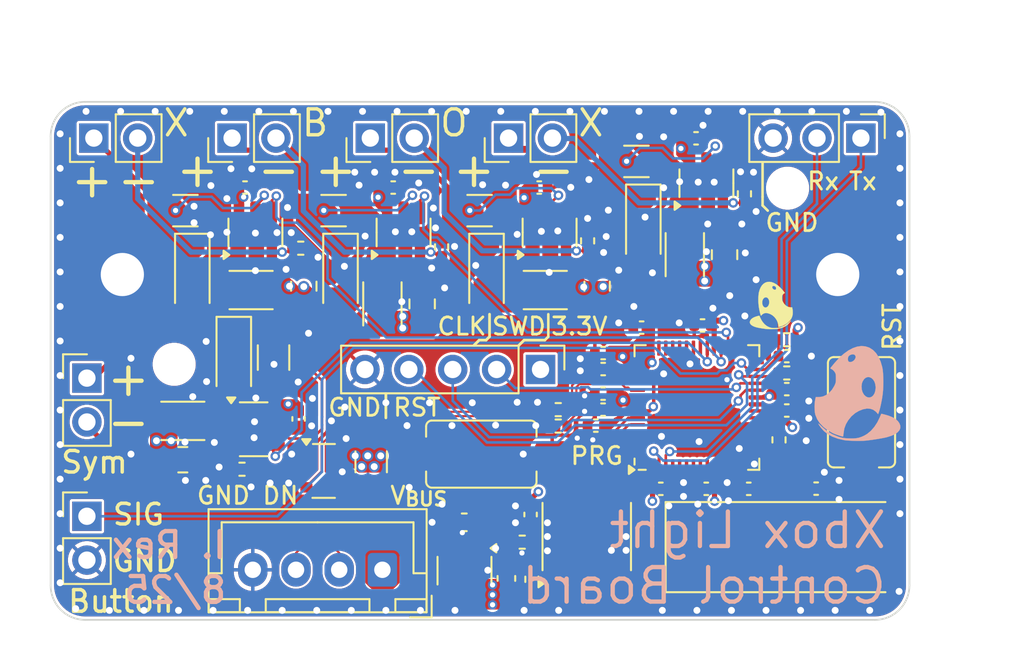
<source format=kicad_pcb>
(kicad_pcb (version 20241229) (generator "pcbnew") (generator_version "9.0")
  (title_block (title "${PROJECTNAME}") (date "2025-08-10") (rev "${REV_BOARD}") (comment 1 "Isaac Rex"))
  (layers (0 "F.Cu" signal) (4 "In1.Cu" signal) (6 "In2.Cu" signal) (2 "B.Cu" signal) (13 "F.Paste" user) (15 "B.Paste" user) (5 "F.SilkS" user "F.Silkscreen") (7 "B.SilkS" user "B.Silkscreen") (1 "F.Mask" user) (3 "B.Mask" user) (25 "Edge.Cuts" user))
  (property "REV_BOARD" "0")
  (property "REV_SCH" "0")
  (net 0 "")
  (net 1 "GND")
  (net 2 "VBUS")
  (net 3 "3.3V")
  (net 4 "/DVDD_1.1V")
  (net 5 "/~{BTN}")
  (net 6 "/LED Driver Symbol/LED_V+")
  (net 7 "/LED Driver X (left)/LED_V+")
  (net 8 "/LED Driver B/LED_V+")
  (net 9 "/LED Driver O/LED_V+")
  (net 10 "/LED Driver X (Right)/LED_V+")
  (net 11 "/LED Driver Symbol/BOOST_LX")
  (net 12 "/LED Driver X (left)/BOOST_LX")
  (net 13 "/LED Driver B/BOOST_LX")
  (net 14 "/LED Driver O/BOOST_LX")
  (net 15 "/LED Driver X (Right)/BOOST_LX")
  (net 16 "/VBUS_CON")
  (net 17 "/DP_USB_-")
  (net 18 "/DP_USB_+")
  (net 19 "/SWD")
  (net 20 "/RUN")
  (net 21 "/SWCLK")
  (net 22 "/UART0_MCU_RX")
  (net 23 "/UART0_MCU_TX")
  (net 24 "/LED Driver Symbol/LED_V-")
  (net 25 "/LED Driver X (left)/LED_V-")
  (net 26 "/LED Driver B/LED_V-")
  (net 27 "/LED Driver O/LED_V-")
  (net 28 "/LED Driver X (Right)/LED_V-")
  (net 29 "/DP_USB_RP_+")
  (net 30 "/DP_USB_RP_-")
  (net 31 "/QSPI_~{CS}")
  (net 35 "/QSPI_SD2")
  (net 37 "/LED_BRIGHNESS_SYM")
  (net 46 "/LED_BRIGHNESS_B")
  (net 47 "/QSPI_SD0")
  (net 49 "/QSPI_CLK")
  (net 52 "/LED_BRIGHNESS_O")
  (net 56 "/LED_BRIGHNESS_XR")
  (net 57 "/QSPI_SD1")
  (net 61 "/QSPI_SD3")
  (net 63 "/LED_BRIGHNESS_XL")
  (net 64 "/RUN_SW")
  (net 65 "/~{USB_BOOT}")
  (net 67 "/XIN")
  (net 68 "/XO_CRYSTAL")
  (net 69 "/XO_MCU")
  (footprint "Capacitor_SMD:C_0603_1608Metric" (layer "F.Cu") (at 151.375 97.6 90)
    (property "Reference" "C102" (hide yes))
    (property "Value" "4.7uF")
  )
  (footprint "Resistor_SMD:R_0402_1005Metric" (layer "F.Cu") (at 154.375 87.825)
    (property "Reference" "R105" (hide yes))
    (property "Value" "27")
  )
  (footprint "Connector_PinHeader_2.54mm:PinHeader_1x03_P2.54mm_Vertical" (layer "F.Cu") (at 171.89 72.1 -90)
    (property "Reference" "J103" (hide yes))
    (property "Value" "UART")
  )
  (footprint "Connector_JST:JST_XH_B4B-XH-A_1x04_P2.50mm_Vertical" (layer "F.Cu") (at 144.2 97.1 180)
    (property "Reference" "J101" (hide yes))
    (property "Value" "B4B-XH-A")
  )
  (footprint "Capacitor_SMD:C_0402_1005Metric" (layer "F.Cu") (at 169.299999 92.4)
    (property "Reference" "C117" (hide yes))
    (property "Value" "27pF")
  )
  (footprint "Resistor_SMD:R_0402_1005Metric" (layer "F.Cu") (at 156.075 78.05 90)
    (property "Reference" "R501" (hide yes))
    (property "Value" "10")
  )
  (footprint "Resistor_SMD:R_0402_1005Metric" (layer "F.Cu") (at 154.375 88.775)
    (property "Reference" "R104" (hide yes))
    (property "Value" "27")
  )
  (footprint "Resistor_SMD:R_0402_1005Metric" (layer "F.Cu") (at 136.075 91.275)
    (property "Reference" "R201" (hide yes))
    (property "Value" "10")
  )
  (footprint "irex_MountingHole:MountingHole_2.0mm_M2_ReducedCourtyard" (layer "F.Cu") (at 167.65 75)
    (property "Reference" "H102" (hide yes))
    (property "Value" "M2")
  )
  (footprint "Resistor_SMD:R_0402_1005Metric" (layer "F.Cu") (at 167.15 89.575 90)
    (property "Reference" "R106" (hide yes))
    (property "Value" "1k")
  )
  (footprint "Resistor_SMD:R_0402_1005Metric" (layer "F.Cu") (at 152.29 95.5)
    (property "Reference" "R103" (hide yes))
    (property "Value" "1k")
  )
  (footprint "Capacitor_SMD:C_1206_3216Metric" (layer "F.Cu") (at 137.9 84.811252 -90)
    (property "Reference" "C202" (hide yes))
    (property "Value" "4.7uF")
  )
  (footprint "Capacitor_SMD:C_0805_2012Metric" (layer "F.Cu") (at 156.625 80.675 90)
    (property "Reference" "C501" (hide yes))
    (property "Value" "4.7uF")
  )
  (footprint "Inductor_SMD:L_TDK_NLV25_2.5x2.0mm" (layer "F.Cu") (at 132.65 88.475)
    (property "Reference" "L201" (hide yes))
    (property "Value" "10uH")
  )
  (footprint "Capacitor_SMD:C_0402_1005Metric" (layer "F.Cu") (at 156.975 84.55 180)
    (property "Reference" "C114" (hide yes))
    (property "Value" "1uF")
  )
  (footprint "Capacitor_SMD:C_0402_1005Metric" (layer "F.Cu") (at 139.35 88.361252 -90)
    (property "Reference" "C203" (hide yes))
    (property "Value" "100nF")
  )
  (footprint "irex_Aesthetic:Logo_irex_2.5x2.8mm_Silk" (layer "F.Cu") (at 166.7 81.8)
    (property "Reference" "G***" (hide yes))
    (property "Value" "IREX_LOGO" (hide yes))
  )
  (footprint "Capacitor_SMD:C_0402_1005Metric" (layer "F.Cu") (at 159.2 83.075 180)
    (property "Reference" "C105" (hide yes))
    (property "Value" "100nF")
  )
  (footprint "Capacitor_SMD:C_0402_1005Metric" (layer "F.Cu") (at 156.975 85.475 180)
    (property "Reference" "C113" (hide yes))
    (property "Value" "1uF")
  )
  (footprint "Connector_PinHeader_2.54mm:PinHeader_1x02_P2.54mm_Vertical" (layer "F.Cu") (at 143.5 72.1 90)
    (property "Reference" "J108" (hide yes))
    (property "Value" "O Light")
  )
  (footprint "Package_TO_SOT_SMD:TSOT-23-6" (layer "F.Cu") (at 136.75 88.961252)
    (property "Reference" "U201" (hide yes))
    (property "Value" "RT4526")
  )
  (footprint "Capacitor_SMD:C_1206_3216Metric" (layer "F.Cu") (at 158.899999 73.45)
    (property "Reference" "C602" (hide yes))
    (property "Value" "4.7uF")
  )
  (footprint "Capacitor_SMD:C_0402_1005Metric" (layer "F.Cu") (at 167.6 86.6375)
    (property "Reference" "C103" (hide yes))
    (property "Value" "100nF")
  )
  (footprint "Diode_SMD:D_SOD-123" (layer "F.Cu") (at 141.775001 80 -90)
    (property "Reference" "D401" (hide yes))
    (property "Value" "1N5819HW-7-F")
  )
  (footprint "Resistor_SMD:R_0402_1005Metric" (layer "F.Cu") (at 167.6 85.7 180)
    (property "Reference" "R102" (hide yes))
    (property "Value" "1k")
  )
  (footprint "Fuse:Fuse_1206_3216Metric" (layer "F.Cu") (at 143.55 90.85 90)
    (property "Reference" "F101" (hide yes))
    (property "Value" "1.1A")
  )
  (footprint "Capacitor_SMD:C_0805_2012Metric" (layer "F.Cu") (at 132.65 90.725)
    (property "Reference" "C201" (hide yes))
    (property "Value" "4.7uF")
  )
  (footprint "Resistor_SMD:R_0402_1005Metric" (layer "F.Cu") (at 139.475 78.475)
    (property "Reference" "R301" (hide yes))
    (property "Value" "10")
  )
  (footprint "Capacitor_SMD:C_1206_3216Metric" (layer "F.Cu") (at 149.825 76.3)
    (property "Reference" "C502" (hide yes))
    (property "Value" "4.7uF")
  )
  (footprint "Capacitor_SMD:C_0402_1005Metric" (layer "F.Cu") (at 167.6 84.725)
    (property "Reference" "C112" (hide yes))
    (property "Value" "100nF")
  )
  (footprint "irex_Button_Switch_SMD:SW-PUSH-6x3.5mm_CK-PTS636SL43x_HandSolder" (layer "F.Cu") (at 154.025 90.4 180)
    (property "Reference" "SW102" (hide yes))
    (property "Value" "PTS636 SL43 SMTR LFS")
  )
  (footprint "Crystal:Crystal_SMD_HC49-SD" (layer "F.Cu") (at 167.35 95.7875)
    (property "Reference" "Y101" (hide yes))
    (property "Value" "ABLS-12.000MHZ-B4-T")
  )
  (footprint "Capacitor_SMD:C_0402_1005Metric" (layer "F.Cu") (at 160.31 92.41)
    (property "Reference" "C111" (hide yes))
    (property "Value" "100nF")
  )
  (footprint "Connector_PinHeader_2.54mm:PinHeader_1x05_P2.54mm_Vertical" (layer "F.Cu") (at 153.35 85.5 -90)
    (property "Reference" "J102" (hide yes))
    (property "Value" "SWD")
  )
  (footprint "Capacitor_SMD:C_1206_3216Metric" (layer "F.Cu") (at 132.8 76.3)
    (property "Reference" "C302" (hide yes))
    (property "Value" "4.7uF")
  )
  (footprint "Capacitor_SMD:C_0603_1608Metric" (layer "F.Cu") (at 148.937501 94.35 180)
    (property "Reference" "C101" (hide yes))
    (property "Value" "4.7uF")
  )
  (footprint "Package_TO_SOT_SMD:TSOT-23-6" (layer "F.Cu") (at 136.850001 77.5625 90)
    (property "Reference" "U301" (hide yes))
    (property "Value" "RT4526")
  )
  (footprint "Capacitor_SMD:C_0402_1005Metric" (layer "F.Cu") (at 167.6 87.875)
    (property "Reference" "C108" (hide yes))
    (property "Value" "100nF")
  )
  (footprint "Package_SO:SOIC-8_3.9x4.9mm_P1.27mm" (layer "F.Cu") (at 156.025 95.175 90)
    (property "Reference" "U104" (hide yes))
    (property "Value" "W25Q40CLSNIG")
  )
  (footprint "Capacitor_SMD:C_0805_2012Metric" (layer "F.Cu") (at 163.999999 78.85 90)
    (property "Reference" "C601" (hide yes))
    (property "Value" "4.7uF")
  )
  (footprint "Capacitor_SMD:C_0402_1005Metric" (layer "F.Cu") (at 152.775 93.9 -90)
    (property "Reference" "C115" (hide yes))
    (property "Value" "100nF")
  )
  (footprint "Inductor_SMD:L_TDK_NLV25_2.5x2.0mm" (layer "F.Cu") (at 161.699999 78.85 90)
    (property "Reference" "L601" (hide yes))
    (property "Value" "10uH")
  )
  (footprint "Capacitor_SMD:C_0402_1005Metric" (layer "F.Cu") (at 162.94 92.41 180)
    (property "Reference" "C106" (hide yes))
    (property "Value" "100nF")
  )
  (footprint "Connector_PinHeader_2.54mm:PinHeader_1x02_P2.54mm_Vertical" (layer "F.Cu") (at 127.1 86)
    (property "Reference" "J105" (hide yes))
    (property "Value" "Symbol Light")
  )
  (footprint "Capacitor_SMD:C_1206_3216Metric" (layer "F.Cu") (at 141.375001 76.3)
    (property "Reference" "C402" (hide yes))
    (property "Value" "4.7uF")
  )
  (footprint "Package_TO_SOT_SMD:TSOT-23-6" (layer "F.Cu") (at 153.875001 77.5625 90)
    (property "Reference" "U501" (hide yes))
    (property "Value" "RT4526")
  )
  (footprint "Capacitor_SMD:C_0805_2012Metric" (layer "F.Cu") (at 146.5 81.7 90)
    (property "Reference" "C401" (hide yes))
    (property "Value" "4.7uF")
  )
  (footprint "Connector_PinHeader_2.54mm:PinHeader_1x02_P2.54mm_Vertical" (layer "F.Cu") (at 127.5 72.1 90)
    (property "Reference" "J106" (hide yes))
    (property "Value" "X Light")
  )
  (footprint "Capacitor_SMD:C_0805_2012Metric" (layer "F.Cu") (at 139.65 80.675 90)
    (property "Reference" "C301" (hide yes))
    (property "Value" "4.7uF")
  )
  (footprint "irex_MountingHole:MountingHole_2.0mm_M2_ReducedCourtyard" (layer "F.Cu") (at 132.15 85.2)
    (property "Reference" "H101" (hide yes))
    (property "Value" "M2")
  )
  (footprint "Resistor_SMD:R_0402_1005Metric" (layer "F.Cu") (at 147.625 78.4 90)
    (property "Reference" "R401" (hide yes))
    (property "Value" "10")
  )
  (footprint "Capacitor_SMD:C_0402_1005Metric" (layer "F.Cu") (at 162.725 82.95 180)
    (property "Reference" "C107" (hide yes))
    (property "Value" "100nF")
  )
  (footprint "Connector_PinHeader_2.54mm:PinHeader_1x02_P2.54mm_Vertical" (layer "F.Cu") (at 127.1 94)
    (property "Reference" "J104" (hide yes))
    (property "Value" "Button")
  )
  (footprint "Capacitor_SMD:C_0402_1005Metric" (layer "F.Cu") (at 156.55 88.75 180)
    (property "Reference" "C104" (hide yes))
    (property "Value" "100nF")
  )
  (footprint "Capacitor_SMD:C_0402_1005Metric" (layer "F.Cu") (at 136.250001 74.962499)
    (property "Reference" "C303" (hide yes))
    (property "Value" "100nF")
  )
  (footprint "Resistor_SMD:R_0402_1005Metric" (layer "F.Cu") (at 152.85 97.65 90)
    (property "Reference" "R107" (hide yes))
    (property "Value" "10k")
  )
  (footprint "Resistor_SMD:R_0402_1005Metric" (layer "F.Cu") (at 165.15 75.325 90)
    (property "Reference" "R601" (hide yes))
    (property "Value" "10")
  )
  (footprint "Package_TO_SOT_SMD:SOT-23-5" (layer "F.Cu") (at 148.950001 97.15 -90)
    (property "Reference" "U101" (hide yes))
    (property "Value" "WL9005S5-33")
  )
  (footprint "Inductor_SMD:L_TDK_NLV25_2.5x2.0mm" (layer "F.Cu") (at 136.6 80.9 180)
    (property "Reference" "L301" (hide yes))
    (property "Value" "10uH")
  )
  (footprint "Package_DFN_QFN:QFN-56-1EP_7x7mm_P0.4mm_EP3.2x3.2mm" (layer "F.Cu") (at 162.4 87.7 90)
    (property "Reference" "U103" (hide yes))
    (property "Value" "RP2040")
  )
  (footprint "Resistor_SMD:R_0402_1005Metric" (layer "F.Cu") (at 167.6 83.775)
    (property "Reference" "R101" (hide yes))
    (property "Value" "10k")
  )
  (footprint "Package_TO_SOT_SMD:SOT-143" (layer "F.Cu") (at 140.8 91.375)
    (property "Reference" "U102" (hide yes))
    (property "Value" "CM1213A−02Sx")
  )
  (footprint "Capacitor_SMD:C_0402_1005Metric" (layer "F.Cu") (at 162.350002 72.112499)
    (property "Reference" "C603" (hide yes))
    (property "Value" "100nF")
  )
  (footprint "Diode_SMD:D_SOD-123" (layer "F.Cu") (at 135.6 84.811252 -90)
    (property "Reference" "D201" (hide yes))
    (property "Value" "1N5819HW-7-F")
  )
  (footprint "MountingHole:MountingHole_2.5mm_Pad" (layer "F.Cu") (at 129.15 80)
    (property "Reference" "H104" (hide yes))
    (property "Value" "M2.5")
  )
  (footprint "Connector_PinHeader_2.54mm:PinHeader_1x02_P2.54mm_Vertical" (layer "F.Cu") (at 135.5 72.1 90)
    (property "Reference" "J107" (hide yes))
    (property "Value" "B Light")
  )
  (footprint "Capacitor_SMD:C_0402_1005Metric" (layer "F.Cu") (at 156.97 87.825 180)
    (property "Reference" "C110" (hide yes))
    (property "Value" "100nF")
  )
  (footprint "Diode_SMD:D_SOD-123" (layer "F.Cu") (at 150.225 80 -90)
    (property "Reference" "D501" (hide yes))
    (property "Value" "1N5819HW-7-F")
  )
  (footprint "Diode_SMD:D_SOD-123" (layer "F.Cu") (at 159.3 77.15 -90)
    (property "Reference" "D601" (hide yes))
    (property "Value" "1N5819HW-7-F")
  )
  (footprint "Capacitor_SMD:C_0402_1005Metric" (layer "F.Cu") (at 153.275001 74.962499)
    (property "Reference" "C503" (hide yes))
    (property "Value" "100nF")
  )
  (footprint "Package_TO_SOT_SMD:TSOT-23-6" (layer "F.Cu") (at 145.425002 77.5625 90)
    (property "Reference" "U401" (hide yes))
    (property "Value" "RT4526")
  )
  (footprint "Package_TO_SOT_SMD:TSOT-23-6" (layer "F.Cu") (at 162.950001 74.7125 90)
    (property "Reference" "U601" (hide yes))
    (property "Value" "RT4526")
  )
  (footprint "Connector_PinHeader_2.54mm:PinHeader_1x02_P2.54mm_Vertical" (layer "F.Cu") (at 151.5 72.1 90)
    (property "Reference" "J109" (hide yes))
    (property "Value" "X Light")
  )
  (footprint "irex_Button_Switch_SMD:SW-PUSH-6x3.5mm_CK-PTS636SL43x_HandSolder" (layer "F.Cu") (at 171.9249 83.875 -90)
    (property "Reference" "SW101" (hide yes))
    (property "Value" "PTS636 SL43 SMTR LFS")
  )
  (footprint "MountingHole:MountingHole_2.5mm_Pad" (layer "F.Cu") (at 170.55 80)
    (property "Reference" "H103" (hide yes))
    (property "Value" "M2.5")
  )
  (footprint "Inductor_SMD:L_TDK_NLV25_2.5x2.0mm" (layer "F.Cu") (at 144.2 81.7 90)
    (property "Reference" "L401" (hide yes))
    (property "Value" "10uH")
  )
  (footprint "Inductor_SMD:L_TDK_NLV25_2.5x2.0mm" (layer "F.Cu") (at 153.625 80.9 180)
    (property "Reference" "L501" (hide yes))
    (property "Value" "10uH")
  )
  (footprint "Diode_SMD:D_SOD-123" (layer "F.Cu") (at 133.2 80 -90)
    (property "Reference" "D301" (hide yes))
    (property "Value" "1N5819HW-7-F")
  )
  (footprint "Capacitor_SMD:C_0402_1005Metric" (layer "F.Cu") (at 144.825002 74.962499)
    (property "Reference" "C403" (hide yes))
    (property "Value" "100nF")
  )
  (footprint "Capacitor_SMD:C_0402_1005Metric" (layer "F.Cu") (at 156.97 86.9 180)
    (property "Reference" "C109" (hide yes))
    (property "Value" "100nF")
  )
  (footprint "Capacitor_SMD:C_0402_1005Metric" (layer "F.Cu") (at 165.4 92.41 180)
    (property "Reference" "C116" (hide yes))
    (property "Value" "27pF")
  )
  (footprint "irex_Aesthetic:Logo_irex_5.0x5.5mm_Silk" (layer "B.Cu") (at 171.7 86.9 180)
    (property "Reference" "G***" (hide yes))
    (property "Value" "LOGO" (hide yes))
  )
  (gr_line (start 150.2 83.8) (end 150.4 83.6) (stroke (width 0.16)) (layer "F.SilkS"))
  (gr_line (start 150.4 83.6) (end 150.4 82.3) (stroke (width 0.16)) (layer "F.SilkS"))
  (gr_line (start 166.2 76) (end 166.5 76.3) (stroke (width 0.15)) (layer "F.SilkS"))
  (gr_line (start 152.08 84.12) (end 152.4 83.8) (stroke (width 0.16)) (layer "F.SilkS"))
  (gr_line (start 149.8 83.8) (end 150.2 83.8) (stroke (width 0.16)) (layer "F.SilkS"))
  (gr_line (start 153.6 83.8) (end 153.8 83.6) (stroke (width 0.15)) (layer "F.SilkS"))
  (gr_line (start 144.4 88.3) (end 144.4 86.9) (stroke (width 0.16)) (layer "F.SilkS"))
  (gr_line (start 166.2 75.5) (end 166.2 76) (stroke (width 0.15)) (layer "F.SilkS"))
  (gr_line (start 166.2 73.5) (end 166.2 75.5) (stroke (width 0.15)) (layer "F.SilkS"))
  (gr_line (start 153.8 83.6) (end 153.8 82.3) (stroke (width 0.15)) (layer "F.SilkS"))
  (gr_line (start 152.4 83.8) (end 153.6 83.8) (stroke (width 0.16)) (layer "F.SilkS"))
  (gr_line (start 149.5 84.1) (end 149.8 83.8) (stroke (width 0.16)) (layer "F.SilkS"))
  (gr_line (start 174.7 98) (end 174.7 72) (stroke (width 0.1)) (layer "Edge.Cuts"))
  (gr_arc (start 125 72) (mid 125.585786 70.585786) (end 127 70) (stroke (width 0.1)) (layer "Edge.Cuts"))
  (gr_arc (start 174.7 98) (mid 174.114214 99.414214) (end 172.7 100) (stroke (width 0.1)) (layer "Edge.Cuts"))
  (gr_line (start 172.7 70) (end 127 70) (stroke (width 0.1)) (layer "Edge.Cuts"))
  (gr_arc (start 172.7 70) (mid 174.114214 70.585786) (end 174.7 72) (stroke (width 0.1)) (layer "Edge.Cuts"))
  (gr_arc (start 127 100) (mid 125.585786 99.414214) (end 125 98) (stroke (width 0.1)) (layer "Edge.Cuts"))
  (gr_line (start 125 72) (end 125 98) (stroke (width 0.1)) (layer "Edge.Cuts"))
  (gr_line (start 127 100) (end 172.7 100) (stroke (width 0.1)) (layer "Edge.Cuts"))
  (gr_text "Tx" (at 172 74.6 0) (layer "F.SilkS") (effects (font (size 1 1) (thickness 0.16))))
  (gr_text "+" (at 133.5 73.9 0) (layer "F.SilkS") (effects (font (size 2 2) (thickness 0.25))))
  (gr_text "X" (at 131.42 72.1 0) (layer "F.SilkS") (effects (font (size 1.5 1.5) (thickness 0.2)) (justify left bottom)))
  (gr_text "X" (at 155.42 72.1 0) (layer "F.SilkS") (effects (font (size 1.5 1.5) (thickness 0.2)) (justify left bottom)))
  (gr_text "-" (at 129.5 88.5 0) (layer "F.SilkS") (effects (font (size 2 2) (thickness 0.25))))
  (gr_text "-" (at 154.1 73.9 0) (layer "F.SilkS") (effects (font (size 2 2) (thickness 0.25))))
  (gr_text "RST" (at 173.7 84.5 90) (layer "F.SilkS") (effects (font (size 1 1) (thickness 0.16)) (justify left)))
  (gr_text "-" (at 146.3 73.9 0) (layer "F.SilkS") (effects (font (size 2 2) (thickness 0.25))))
  (gr_text "O" (at 147.42 72.1 0) (layer "F.SilkS") (effects (font (size 1.5 1.5) (thickness 0.2)) (justify left bottom)))
  (gr_text "PRG" (at 155 90.5 0) (layer "F.SilkS") (effects (font (size 1 1) (thickness 0.16)) (justify left)))
  (gr_text "3.3V" (at 155.6 83 0) (layer "F.SilkS") (effects (font (size 1 1) (thickness 0.16))))
  (gr_text "GND" (at 142.6 87.7 0) (layer "F.SilkS") (effects (font (size 1 1) (thickness 0.16))))
  (gr_text "V_{BUS}" (at 146.3 92.8 0) (layer "F.SilkS") (effects (font (size 1 1) (thickness 0.16))))
  (gr_text "+" (at 127.4 74.5 0) (layer "F.SilkS") (effects (font (size 2 2) (thickness 0.25))))
  (gr_text "CLK" (at 148.8 83 0) (layer "F.SilkS") (effects (font (size 1 1) (thickness 0.16))))
  (gr_text "+" (at 129.5 86 0) (layer "F.SilkS") (effects (font (size 2 2) (thickness 0.25))))
  (gr_text "-" (at 138.2 73.9 0) (layer "F.SilkS") (effects (font (size 2 2) (thickness 0.25))))
  (gr_text "-" (at 130.095 74.5 0) (layer "F.SilkS") (effects (font (size 2 2) (thickness 0.25))))
  (gr_text "GND" (at 167.9 77 0) (layer "F.SilkS") (effects (font (size 1 1) (thickness 0.16))))
  (gr_text "DN" (at 138.3 92.8 0) (layer "F.SilkS") (effects (font (size 1 1) (thickness 0.16))))
  (gr_text "Rx" (at 169.7 74.6 0) (layer "F.SilkS") (effects (font (size 1 1) (thickness 0.16))))
  (gr_text "RST" (at 146.2 87.7 0) (layer "F.SilkS") (effects (font (size 1 1) (thickness 0.16))))
  (gr_text "GND" (at 135 92.8 0) (layer "F.SilkS") (effects (font (size 1 1) (thickness 0.16))))
  (gr_text "+" (at 149.5 73.9 0) (layer "F.SilkS") (effects (font (size 2 2) (thickness 0.25))))
  (gr_text "GND" (at 128.48 96.595 0) (layer "F.SilkS") (effects (font (size 1.2 1.2) (thickness 0.2)) (justify left)))
  (gr_text "Button" (at 125.9 98.2 0) (layer "F.SilkS") (effects (font (size 1.25 1.25) (thickness 0.2)) (justify left top)))
  (gr_text "Sym" (at 125.5 91.6 0) (layer "F.SilkS") (effects (font (size 1.25 1.25) (thickness 0.2)) (justify left bottom)))
  (gr_text "+" (at 141.5 73.9 0) (layer "F.SilkS") (effects (font (size 2 2) (thickness 0.25))))
  (gr_text "SIG" (at 128.5 93.9 0) (layer "F.SilkS") (effects (font (size 1.2 1.2) (thickness 0.2)) (justify left)))
  (gr_text "SWD" (at 152.1 83 0) (layer "F.SilkS") (effects (font (size 1 1) (thickness 0.16))))
  (gr_text "B" (at 139.42 72.1 0) (layer "F.SilkS") (effects (font (size 1.5 1.5) (thickness 0.2)) (justify left bottom)))
  (gr_text "8/25" (at 135.3 97.4 0) (layer "B.SilkS") (effects (font (size 1.5 1.5) (thickness 0.25)) (justify left top mirror)))
  (gr_text "Xbox Light \nControl Board" (at 173.5 99.2 0) (layer "B.SilkS") (effects (font (size 2 2) (thickness 0.25)) (justify left bottom mirror)))
  (gr_text "I. Rex" (at 135.3 94.8 0) (layer "B.SilkS") (effects (font (size 1.5 1.5) (thickness 0.25)) (justify left top mirror)))
  (segment (start 168.08 87.875) (end 168.08 87.93) (width 0.15) (layer "F.Cu") (net 1))
  (segment (start 162.4 91.8) (end 161.975 91.8) (width 0.15) (layer "F.Cu") (net 1))
  (segment (start 154.975 91.329902) (end 154.975 91.425) (width 0.15) (layer "F.Cu") (net 1))
  (segment (start 168.575 88.425) (end 168.575 88.6) (width 0.15) (layer "F.Cu") (net 1))
  (segment (start 145.355018 74.912483) (end 146.087517 74.912483) (width 0.15) (layer "F.Cu") (net 1))
  (segment (start 161.125 91.8) (end 160.85 91.8) (width 0.15) (layer "F.Cu") (net 1))
  (segment (start 155.425 90.75) (end 155.425 90.879902) (width 0.15) (layer "F.Cu") (net 1))
  (segment (start 168.08 84.725) (end 168.08 84.835727) (width 0.15) (layer "F.Cu") (net 1))
  (segment (start 153.805017 74.912483) (end 154.425 74.912483) (width 0.15) (layer "F.Cu") (net 1))
  (segment (start 162.880018 72.062483) (end 163.525 72.062483) (width 0.15) (layer "F.Cu") (net 1))
  (segment (start 162.830002 72.112499) (end 162.880018 72.062483) (width 0.15) (layer "F.Cu") (net 1))
  (segment (start 140.027536 88.841252) (end 140.103768 88.76502) (width 0.15) (layer "F.Cu") (net 1))
  (segment (start 168.08 87.25) (end 168.75 87.25) (width 0.15) (layer "F.Cu") (net 1))
  (segment (start 161.975 91.8) (end 161.95 91.825) (width 0.15) (layer "F.Cu") (net 1))
  (segment (start 162.830001 72.112499) (end 162.83 71.434964) (width 0.15) (layer "F.Cu") (net 1))
  (segment (start 145.305002 74.962499) (end 145.355018 74.912483) (width 0.15) (layer "F.Cu") (net 1))
  (segment (start 165.8375 88.7) (end 165.075 88.7) (width 0.3) (layer "F.Cu") (net 1))
  (segment (start 155.425 90.879902) (end 154.975 91.329902) (width 0.15) (layer "F.Cu") (net 1))
  (segment (start 168.08 87.25) (end 168.08 86.6375) (width 0.15) (layer "F.Cu") (net 1))
  (segment (start 160.85 91.8) (end 160.8 91.85) (width 0.15) (layer "F.Cu") (net 1))
  (segment (start 148.950001 95.1375) (end 148.950001 96.0125) (width 0.35) (layer "F.Cu") (net 1))
  (segment (start 136.780017 74.912483) (end 137.375 74.912483) (width 0.15) (layer "F.Cu") (net 1))
  (segment (start 146.087517 74.912483) (end 146.3 74.7) (width 0.15) (layer "F.Cu") (net 1))
  (segment (start 145.305002 74.962499) (end 145.305002 74.284964) (width 0.15) (layer "F.Cu") (net 1))
  (segment (start 156.07 88.75) (end 156.49 88.33) (width 0.25) (layer "F.Cu") (net 1))
  (segment (start 165.075 88.7) (end 164.875 88.9) (width 0.3) (layer "F.Cu") (net 1))
  (segment (start 136.730001 74.962499) (end 136.780017 74.912483) (width 0.15) (layer "F.Cu") (net 1))
  (segment (start 156.49 88.33) (end 156.49 87.825) (width 0.25) (layer "F.Cu") (net 1))
  (segment (start 168.08 87.875) (end 168.08 87.25) (width 0.15) (layer "F.Cu") (net 1))
  (segment (start 148.162501 94.35) (end 148.950001 95.1375) (width 0.35) (layer "F.Cu") (net 1))
  (segment (start 136.730001 74.962499) (end 136.730001 74.284964) (width 0.15) (layer "F.Cu") (net 1))
  (segment (start 139.35 88.841252) (end 140.027536 88.841252) (width 0.15) (layer "F.Cu") (net 1))
  (segment (start 168.08 87.93) (end 168.575 88.425) (width 0.15) (layer "F.Cu") (net 1))
  (segment (start 153.755001 74.962499) (end 153.805017 74.912483) (width 0.15) (layer "F.Cu") (net 1))
  (segment (start 168.08 84.835727) (end 168.534637 85.290364) (width 0.15) (layer "F.Cu") (net 1))
  (via (at 133.3 77) (size 0.65) (drill 0.4) (layers "F.Cu" "B.Cu") (net 1))
  (via (at 170.625 91.925) (size 0.65) (drill 0.4) (layers "F.Cu" "B.Cu") (net 1))
  (via (at 164.925 74.05) (size 0.65) (drill 0.4) (layers "F.Cu" "B.Cu") (net 1))
  (via (at 134.25 77.7) (size 0.65) (drill 0.4) (layers "F.Cu" "B.Cu") (net 1))
  (via (at 125.55 87.85) (size 0.65) (drill 0.4) (layers "F.Cu" "B.Cu") (net 1))
  (via (at 145.325 81.575) (size 0.65) (drill 0.4) (layers "F.Cu" "B.Cu") (net 1))
  (via (at 162 85.175) (size 0.65) (drill 0.4) (layers "F.Cu" "B.Cu") (net 1))
  (via (at 125.55 73.85) (size 0.65) (drill 0.4) (layers "F.Cu" "B.Cu") (net 1))
  (via (at 135.2 77.55) (size 0.65) (drill 0.4) (layers "F.Cu" "B.Cu") (net 1))
  (via (at 147.05 79.625) (size 0.65) (drill 0.4) (layers "F.Cu" "B.Cu") (net 1))
  (via (at 134.275 74.85) (size 0.65) (drill 0.4) (layers "F.Cu" "B.Cu") (net 1))
  (via (at 171.05 70.55) (size 0.65) (drill 0.4) (layers "F.Cu" "B.Cu") (net 1))
  (via (at 147.275 77.3) (size 0.65) (drill 0.4) (layers "F.Cu" "B.Cu") (net 1))
  (via (at 136.8 88.525) (size 0.65) (drill 0.4) (layers "F.Cu" "B.Cu") (net 1))
  (via (at 140.15 87.175) (size 0.65) (drill 0.4) (layers "F.Cu" "B.Cu") (net 1))
  (via (at 125.55 91.85) (size 0.65) (drill 0.4) (layers "F.Cu" "B.Cu") (net 1))
  (via (at 141.05 70.55) (size 0.65) (drill 0.4) (layers "F.Cu" "B.Cu") (net 1))
  (via (at 163.05 70.55) (size 0.65) (drill 0.4) (layers "F.Cu" "B.Cu") (net 1))
  (via (at 130.4 99.45) (size 0.65) (drill 0.4) (layers "F.Cu" "B.Cu") (net 1))
  (via (at 136.4 99.45) (size 0.65) (drill 0.4) (layers "F.Cu" "B.Cu") (net 1))
  (via (at 169.05 70.55) (size 0.65) (drill 0.4) (layers "F.Cu" "B.Cu") (net 1))
  (via (at 153.175 87.4) (size 0.65) (drill 0.4) (layers "F.Cu" "B.Cu") (net 1))
  (via (at 150.3 97.125) (size 0.65) (drill 0.4) (layers "F.Cu" "B.Cu") (net 1))
  (via (at 132.775 89.7) (size 0.65) (drill 0.4) (layers "F.Cu" "B.Cu") (net 1))
  (via (at 165.05 70.55) (size 0.65) (drill 0.4) (layers "F.Cu" "B.Cu") (net 1))
  (via (at 160.775 93.4) (size 0.65) (drill 0.4) (layers "F.Cu" "B.Cu") (net 1))
  (via (at 153.117169 74.203065) (size 0.65) (drill 0.4) (layers "F.Cu" "B.Cu") (net 1))
  (via (at 139.325 86.225) (size 0.65) (drill 0.4) (layers "F.Cu" "B.Cu") (net 1))
  (via (at 135.05 70.55) (size 0.65) (drill 0.4) (layers "F.Cu" "B.Cu") (net 1))
  (via (at 170.625 93.025) (size 0.65) (drill 0.4) (layers "F.Cu" "B.Cu") (net 1))
  (via (at 153.75 95.175) (size 0.65) (drill 0.4) (layers "F.Cu" "B.Cu") (net 1))
  (via (at 159.075 72) (size 0.65) (drill 0.4) (layers "F.Cu" "B.Cu") (net 1))
  (via (at 148.225 88.75) (size 0.65) (drill 0.4) (layers "F.Cu" "B.Cu") (net 1))
  (via (at 134.475 89.725) (size 0.65) (drill 0.4) (layers "F.Cu" "B.Cu") (net 1))
  (via (at 149.05 70.55) (size 0.65) (drill 0.4) (layers "F.Cu" "B.Cu") (net 1))
  (via (at 125.55 85.85) (size 0.65) (drill 0.4) (layers "F.Cu" "B.Cu") (net 1))
  (via (at 161.05 70.55) (size 0.65) (drill 0.4) (layers "F.Cu" "B.Cu") (net 1))
  (via (at 142.1 89.5) (size 0.65) (drill 0.4) (layers "F.Cu" "B.Cu") (net 1))
  (via (at 133.05 70.55) (size 0.65) (drill 0.4) (layers "F.Cu" "B.Cu") (net 1))
  (via (at 163.325 81.95) (size 0.65) (drill 0.4) (layers "F.Cu" "B.Cu") (net 1))
  (via (at 126.45 99.35) (size 0.65) (drill 0.4) (layers "F.Cu" "B.Cu") (net 1))
  (via (at 137.925 85.2) (size 0.65) (drill 0.4) (layers "F.Cu" "B.Cu") (net 1))
  (via (at 145.9 77.525) (size 0.65) (drill 0.4) (layers "F.Cu" "B.Cu") (net 1))
  (via (at 132.8 91.925) (size 0.65) (drill 0.4) (layers "F.Cu" "B.Cu") (net 1))
  (via (at 162.4 99.45) (size 0.65) (drill 0.4) (layers "F.Cu" "B.Cu") (net 1))
  (via (at 163.4 74.65) (size 0.65) (drill 0.4) (layers "F.Cu" "B.Cu") (net 1))
  (via (at 139.05 70.55) (size 0.65) (drill 0.4) (layers "F.Cu" "B.Cu") (net 1))
  (via (at 151.05 70.55) (size 0.65) (drill 0.4) (layers "F.Cu" "B.Cu") (net 1))
  (via (at 125.55 71.85) (size 0.65) (drill 0.4) (layers "F.Cu" "B.Cu") (net 1))
  (via (at 137.05 70.55) (size 0.65) (drill 0.4) (layers "F.Cu" "B.Cu") (net 1))
  (via (at 129.65 90.4) (size 0.65) (drill 0.4) (layers "F.Cu" "B.Cu") (net 1))
  (via (at 129.05 70.55) (size 0.65) (drill 0.4) (layers "F.Cu" "B.Cu") (net 1))
  (via (at 153.85 79.875) (size 0.65) (drill 0.4) (layers "F.Cu" "B.Cu") (net 1))
  (via (at 167.05 70.55) (size 0.65) (drill 0.4) (layers "F.Cu" "B.Cu") (net 1))
  (via (at 133.975 91.925) (size 0.65) (drill 0.4) (layers "F.Cu" "B.Cu") (net 1))
  (via (at 125.55 93.85) (size 0.65) (drill 0.4) (layers "F.Cu" "B.Cu") (net 1))
  (via (at 129.65 84.85) (size 0.65) (drill 0.4) (layers "F.Cu" "B.Cu") (net 1))
  (via (at 144.95 77.525) (size 0.65) (drill 0.4) (layers "F.Cu" "B.Cu") (net 1))
  (via (at 136.775 89.45) (size 0.65) (drill 0.4) (layers "F.Cu" "B.Cu") (net 1))
  (via (at 161.625 92.85) (size 0.65) (drill 0.4) (layers "F.Cu" "B.Cu") (net 1))
  (via (at 154.4 99.45) (size 0.65) (drill 0.4) (layers "F.Cu" "B.Cu") (net 1))
  (via (at 156.15 74.5) (size 0.65) (drill 0.4) (layers "F.Cu" "B.Cu") (net 1))
  (via (at 125.55 77.85) (size 0.65) (drill 0.4) (layers "F.Cu" "B.Cu") (net 1))
  (via (at 155.1 74.95) (size 0.65) (drill 0.4) (layers "F.Cu" "B.Cu") (net 1))
  (via (at 137.7 92.075) (size 0.65) (drill 0.4) (layers "F.Cu" "B.Cu") (net 1))
  (via (at 125.55 75.85) (size 0.65) (drill 0.4) (layers "F.Cu" "B.Cu") (net 1))
  (via (at 144.4 87.425) (size 0.65) (drill 0.4) (layers "F.Cu" "B.Cu") (net 1))
  (via (at 142.6 74.075) (size 0.65) (drill 0.4) (layers "F.Cu" "B.Cu") (net 1))
  (via (at 174.15 73.85) (size 0.65) (drill 0.4) (layers "F.Cu" "B.Cu") (net 1))
  (via (at 146.925 87.425) (size 0.65) (drill 0.4) (layers "F.Cu" "B.Cu") (net 1))
  (via (at 162.95 78.675) (size 0.65) (drill 0.4) (layers "F.Cu" "B.Cu") (net 1))
  (via (at 147.05 70.55) (size 0.65) (drill 0.4) (layers "F.Cu" "B.Cu") (net 1))
  (via (at 157.275 76.275) (size 0.65) (drill 0.4) (layers "F.Cu" "B.Cu") (net 1))
  (via (at 144.4 99.45) (size 0.65) (drill 0.4) (layers "F.Cu" "B.Cu") (net 1))
  (via (at 153.75 94.375) (size 0.65) (drill 0.4) (layers "F.Cu" "B.Cu") (net 1))
  (via (at 163.025 77.075) (size 0.65) (drill 0.4) (layers "F.Cu" "B.Cu") (net 1))
  (via (at 138.1 77.575) (size 0.65) (drill 0.4) (layers "F.Cu" "B.Cu") (net 1))
  (via (at 168.875 87.325) (size 0.65) (drill 0.4) (layers "F.Cu" "B.Cu") (net 1))
  (via (at 125.55 97.85) (size 0.65) (drill 0.4) (layers "F.Cu" "B.Cu") (net 1))
  (via (at 152.4 99.45) (size 0.65) (drill 0.4) (layers "F.Cu" "B.Cu") (net 1))
  (via (at 164.85 90.075) (size 0.65) (drill 0.4) (layers "F.Cu" "B.Cu") (net 1))
  (via (at 146.3 74.7) (size 0.65) (drill 0.4) (layers "F.Cu" "B.Cu") (net 1))
  (via (at 165.675 74.075) (size 0.65) (drill 0.4) (layers "F.Cu" "B.Cu") (net 1))
  (via (at 127.05 70.55) (size 0.65) (drill 0.4) (layers "F.Cu" "B.Cu") (net 1))
  (via (at 158.75 81.85) (size 0.65) (drill 0.4) (layers "F.Cu" "B.Cu") (net 1))
  (via (at 158.3 95.975) (size 0.65) (drill 0.4) (layers "F.Cu" "B.Cu") (net 1))
  (via (at 164.15 92.05) (size 0.65) (drill 0.4) (layers "F.Cu" "B.Cu") (net 1))
  (via (at 155.9 87.025) (size 0.55) (drill 0.3) (layers "F.Cu" "B.Cu") (net 1))
  (via (at 149.6 79.475) (size 0.65) (drill 0.4) (layers "F.Cu" "B.Cu") (net 1))
  (via (at 134 83.875) (size 0.65) (drill 0.4) (layers "F.Cu" "B.Cu") (net 1))
  (via (at 157.875 82.8) (size 0.65) (drill 0.4) (layers "F.Cu" "B.Cu") (net 1))
  (via (at 157.45 95.975) (size 0.65) (drill 0.4) (layers "F.Cu" "B.Cu") (net 1))
  (via (at 147.65 93.3) (size 0.65) (drill 0.4) (layers "F.Cu" "B.Cu") (net 1))
  (via (at 134.75 91.15) (size 0.65) (drill 0.4) (layers "F.Cu" "B.Cu") (net 1))
  (via (at 161.625 92.05) (size 0.65) (drill 0.4) (layers "F.Cu" "B.Cu") (net 1))
  (via (at 143.75 74.075) (size 0.65) (drill 0.4) (layers "F.Cu" "B.Cu") (net 1))
  (via (at 161.375 82.8) (size 0.65) (drill 0.4) (layers "F.Cu" "B.Cu") (net 1))
  (via (at 140.4 99.45) (size 0.65) (drill 0.4) (layers "F.Cu" "B.Cu") (net 1))
  (via (at 145.75 92.325) (size 0.65) (drill 0.4) (layers "F.Cu" "B.Cu") (net 1))
  (via (at 135.2 75.6) (size 0.65) (drill 0.4) (layers "F.Cu" "B.Cu") (net 1))
  (via (at 164.3 81.225) (size 0.65) (drill 0.4) (layers "F.Cu" "B.Cu") (net 1))
  (via (at 138.625 79.7) (size 0.65) (drill 0.4) (layers "F.Cu" "B.Cu") (net 1))
  (via (at 138.71 76.12) (size 0.65) (drill 0.4) (layers "F.Cu" "B.Cu") (net 1))
  (via (at 142.025 87.675) (size 0.65) (drill 0.4) (layers "F.Cu" "B.Cu") (net 1))
  (via (at 159.4 76.675) (size 0.65) (drill 0.4) (layers "F.Cu" "B.Cu") (net 1))
  (via (at 174.15 91.85) (size 0.65) (drill 0.4) (layers "F.Cu" "B.Cu") (net 1))
  (via (at 146.4 99.45) (size 0.65) (drill 0.4) (layers "F.Cu" "B.Cu") (net 1))
  (via (at 152 87.4) (size 0.65) (drill 0.4) (layers "F.Cu" "B.Cu") (net 1))
  (via (at 174.1 98.35) (size 0.65) (drill 0.4) (layers "F.Cu" "B.Cu") (net 1))
  (via (at 156.075 76.75) (size 0.65) (drill 0.4) (layers "F.Cu" "B.Cu") (net 1))
  (via (at 136.875 87.15) (size 0.65) (drill 0.4) (layers "F.Cu" "B.Cu") (net 1))
  (via (at 169.025 84.725) (size 0.65) (drill 0.4) (layers "F.Cu" "B.Cu") (net 1))
  (via (at 174.15 75.85) (size 0.65) (drill 0.4) (layers "F.Cu" "B.Cu") (net 1))
  (via (at 174.15 77.85) (size 0.65) (drill 0.4) (layers "F.Cu" "B.Cu") (net 1))
  (via (at 174.15 83.85) (size 0.65) (drill 0.4) (layers "F.Cu" "B.Cu") (net 1))
  (via (at 133.3 76.05) (size 0.65) (drill 0.4) (layers "F.Cu" "B.Cu") (net 1))
  (via (at 133.225 87.075) (size 0.65) (drill 0.4) (layers "F.Cu" "B.Cu") (net 1))
  (via (at 155.475 89.475) (size 0.55) (drill 0.3) (layers "F.Cu" "B.Cu") (net 1))
  (via (at 132.4 99.45) (size 0.65) (drill 0.4) (layers "F.Cu" "B.Cu") (net 1))
  (via (at 142.85 74.825) (size 0.65) (drill 0.4) (layers "F.Cu" "B.Cu") (net 1))
  (via (at 140.475 79) (size 0.65) (drill 0.4) (layers "F.Cu" "B.Cu") (net 1))
  (via (at 159.05 70.55) (size 0.65) (drill 0.4) (layers "F.Cu" "B.Cu") (net 1))
  (via (at 169.775 91.45) (size 0.65) (drill 0.4) (layers "F.Cu" "B.Cu") (net 1))
  (via (at 155.65 84.875) (size 0.65) (drill 0.4) (layers "F.Cu" "B.Cu") (net 1))
  (via (at 153.05 70.55) (size 0.65) (drill 0.4) (layers "F.Cu" "B.Cu") (net 1))
  (via (at 162.475 74.65) (size 0.65) (drill 0.4) (layers "F.Cu" "B.Cu") (net 1))
  (via (at 151.9 93.4) (size 0.65) (drill 0.4) (layers "F.Cu" "B.Cu") (net 1))
  (via (at 170.4 99.45) (size 0.65) (drill 0.4) (layers "F.Cu" "B.Cu") (net 1))
  (via (at 152.35 90.4) (size 0.65) (drill 0.4) (layers "F.Cu" "B.Cu") (net 1))
  (via (at 156.375 89.575) (size 0.55) (drill 0.3) (layers "F.Cu" "B.Cu") (net 1))
  (via (at 165.825 76.35) (size 0.65) (drill 0.4) (layers "F.Cu" "B.Cu") (net 1))
  (via (at 165 77.075) (size 0.65) (drill 0.4) (layers "F.Cu" "B.Cu") (net 1))
  (via (at 144.925 74.075) (size 0.65) (drill 0.4) (layers "F.Cu" "B.Cu") (net 1))
  (via (at 174.15 93.85) (size 0.65) (drill 0.4) (layers "F.Cu" "B.Cu") (net 1))
  (via (at 164.14069 86.092382) (size 0.55) (drill 0.3) (layers "F.Cu" "B.Cu") (net 1))
  (via (at 151.325 74.825) (size 0.65) (drill 0.4) (layers "F.Cu" "B.Cu") (net 1))
  (via (at 161.4 74.625) (size 0.65) (drill 0.4) (layers "F.Cu" "B.Cu") (net 1))
  (via (at 160.475 74.975) (size 0.65) (drill 0.4) (layers "F.Cu" "B.Cu") (net 1))
  (via (at 157.875 79.75) (size 0.65) (drill 0.4) (layers "F.Cu" "B.Cu") (net 1))
  (via (at 128.4 99.45) (size 0.65) (drill 0.4) (layers "F.Cu" "B.Cu") (net 1))
  (via (at 138.4 99.45) (size 0.65) (drill 0.4) (layers "F.Cu" "B.Cu") (net 1))
  (via (at 140.103768 88.76502) (size 0.65) (drill 0.4) (layers "F.Cu" "B.Cu") (net 1))
  (via (at 141.25 88.475) (size 0.65) (drill 0.4) (layers "F.Cu" "B.Cu") (net 1))
  (via (at 148.375 78.375) (size 0.65) (drill 0.4) (layers "F.Cu" "B.Cu") (net 1))
  (via (at 162.45 93.3) (size 0.65) (drill 0.4) (layers "F.Cu" "B.Cu") (net 1))
  (via (at 165.2 78.75) (size 0.65) (drill 0.4) (layers "F.Cu" "B.Cu") (net 1))
  (via (at 160.35 89.375) (size 0.65) (drill 0.4) (layers "F.Cu" "B.Cu") (net 1))
  (via (at 141.875 91.425) (size 0.65) (drill 0.4) (layers "F.Cu" "B.Cu") (net 1))
  (via (at 160.475 72.025) (size 0.65) (drill 0.4) (layers "F.Cu" "B.Cu") (net 1))
  (via (at 136.85 79.775) (size 0.65) (drill 0.4) (layers "F.Cu" "B.Cu") (net 1))
  (via (at 164.4 99.45) (size 0.65) (drill 0.4) (layers "F.Cu" "B.Cu") (net 1))
  (via (at 174.15 79.85) (size 0.65) (drill 0.4) (layers "F.Cu" "B.Cu") (net 1))
  (via (at 150.75 95.85) (size 0.65) (drill 0.4) (layers "F.Cu" "B.Cu") (net 1))
  (via (at 153.4 77.5) (size 0.65) (drill 0.4) (layers "F.Cu" "B.Cu") (net 1))
  (via (at 165.175 82.4) (size 0.65) (drill 0.4) (layers "F.Cu" "B.Cu") (net 1))
  (via (at 142 79.525) (size 0.65) (drill 0.4) (layers "F.Cu" "B.Cu") (net 1))
  (via (at 165.825 80.3) (size 0.65) (drill 0.4) (layers "F.Cu" "B.Cu") (net 1))
  (via (at 148.4 99.45) (size 0.65) (drill 0.4) (layers "F.Cu" "B.Cu") (net 1))
  (via (at 131.05 70.55) (size 0.65) (drill 0.4) (layers "F.Cu" "B.Cu") (net 1))
  (via (at 145.05 70.55) (size 0.65) (drill 0.4) (layers "F.Cu" "B.Cu") (net 1))
  (via (at 149.4 87.425) (size 0.65) (drill 0.4) (layers "F.Cu" "B.Cu") (net 1))
  (via (at 138.775 92.075) (size 0.65) (drill 0.4) (layers "F.Cu" "B.Cu") (net 1))
  (via (at 157 78.725) (size 0.65) (drill 0.4) (layers "F.Cu" "B.Cu") (net 1))
  (via (at 136.64 73.88) (size 0.65) (drill 0.4) (layers "F.Cu" "B.Cu") (net 1))
  (via (at 153.75 96) (size 0.65) (drill 0.4) (layers "F.Cu" "B.Cu") (net 1))
  (via (at 134.025 86.2) (size 0.65) (drill 0.4) (layers "F.Cu" "B.Cu") (net 1))
  (via (at 125.55 81.85) (size 0.65) (drill 0.4) (layers "F.Cu" "B.Cu") (net 1))
  (via (at 157.05 70.55) (size 0.65) (drill 0.4) (layers "F.Cu" "B.Cu") (net 1))
  (via (at 164.225 93.1) (size 0.65) (drill 0.4) (layers "F.Cu" "B.Cu") (net 1))
  (via (at 134.4 99.45) (size 0.65) (drill 0.4) (layers "F.Cu" "B.Cu") (net 1))
  (via (at 147.075 94.35) (size 0.65) (drill 0.4) (layers "F.Cu" "B.Cu") (net 1))
  (via (at 151.9 94.375) (size 0.65) (drill 0.4) (layers "F.Cu" "B.Cu") (net 1))
  (via (at 158.3 95.175) (size 0.65) (drill 0.4) (layers "F.Cu" "B.Cu") (net 1))
  (via (at 155.05 70.55) (size 0.65) (drill 0.4) (layers "F.Cu" "B.Cu") (net 1))
  (via (at 147.8 80.775) (size 0.65) (drill 0.4) (layers "F.Cu" "B.Cu") (net 1))
  (via (at 155.65 85.575) (size 0.65) (drill 0.4) (layers "F.Cu" "B.Cu") (net 1))
  (via (at 165.725 90.975) (size 0.65) (drill 0.4) (layers "F.Cu" "B.Cu") (net 1))
  (via (at 136.6 92.3) (size 0.65) (drill 0.4) (layers "F.Cu" "B.Cu") (net 1))
  (via (at 153.075 88.75) (size 0.65) (drill 0.4) (layers "F.Cu" "B.Cu") (net 1))
  (via (at 139.925 83.4) (size 0.65) (drill 0.4) (layers "F.Cu" "B.Cu") (net 1))
  (via (at 152.275 96.125) (size 0.55) (drill 0.3) (layers "F.Cu" "B.Cu") (net 1))
  (via (at 125.55 89.85) (size 0.65) (drill 0.4) (layers "F.Cu" "B.Cu") (net 1))
  (via (at 174.15 81.85) (size 0.65) (drill 0.4) (layers "F.Cu" "B.Cu") (net 1))
  (via (at 168.4 99.45) (size 0.65) (drill 0.4) (layers "F.Cu" "B.Cu") (net 1))
  (via (at 174.15 85.85) (size 0.65) (drill 0.4) (layers "F.Cu" "B.Cu") (net 1))
  (via (at 150.75 88.725) (size 0.65) (drill 0.4) (layers "F.Cu" "B.Cu") (net 1))
  (via (at 173.05 70.6) (size 0.65) (drill 0.4) (layers "F.Cu" "B.Cu") (net 1))
  (via (at 160.475 85.75) (size 0.65) (drill 0.4) (layers "F.Cu" "B.Cu") (net 1))
  (via (at 125.55 83.85) (size 0.65) (drill 0.4) (layers "F.Cu" "B.Cu") (net 1))
  (via (at 138.95 90.4) (size 0.65) (drill 0.4) (layers "F.Cu" "B.Cu") (net 1))
  (via (at 143.05 70.55) (size 0.65) (drill 0.4) (layers "F.Cu" "B.Cu") (net 1))
  (via (at 147.15 76.15) (size 0.65) (drill 0.4) (layers "F.Cu" "B.Cu") (net 1))
  (via (at 135.436231 73.871268) (size 0.65) (drill 0.4) (layers "F.Cu" "B.Cu") (net 1))
  (via (at 166.4 99.45) (size 0.65) (drill 0.4) (layers "F.Cu" "B.Cu") (net 1))
  (via (at 152 77.675) (size 0.65) (drill 0.4) (layers "F.Cu" "B.Cu") (net 1))
  (via (at 174.15 87.85) (size 0.65) (drill 0.4) (layers "F.Cu" "B.Cu") (net 1))
  (via (at 136.85 77.6) (size 0.65) (drill 0.4) (layers "F.Cu" "B.Cu") (net 1))
  (via (at 160.4 99.45) (size 0.65) (drill 0.4) (layers "F.Cu" "B.Cu") (net 1))
  (via (at 172.4 99.45) (size 0.65) (drill 0.4) (layers "F.Cu" "B.Cu") (net 1))
  (via (at 162.753769 71.358732) (size 0.65) (drill 0.4) (layers "F.Cu" "B.Cu") (net 1))
  (via (at 125.55 79.85) (size 0.65) (drill 0.4) (layers "F.Cu" "B.Cu") (net 1))
  (via (at 143.2 77.775) (size 0.65) (drill 0.4) (layers "F.Cu" "B.Cu") (net 1))
  (via (at 155.9 87.925) (size 0.55) (drill 0.3) (layers "F.Cu" "B.Cu") (net 1))
  (via (at 159.825 79.9) (size 0.65) (drill 0.4) (layers "F.Cu" "B.Cu") (net 1))
  (via (at 157.15 77.8) (size 0.65) (drill 0.4) (layers "F.Cu" "B.Cu") (net 1))
  (via (at 125.55 95.85) (size 0.65) (drill 0.4) (layers "F.Cu" "B.Cu") (net 1))
  (via (at 150 74.8) (size 0.65) (drill 0.4) (layers "F.Cu" "B.Cu") (net 1))
  (via (at 168.725 89.625) (size 0.65) (drill 0.4) (layers "F.Cu" "B.Cu") (net 1))
  (via (at 162.525 89.675) (size 0.65) (drill 0.4) (layers "F.Cu" "B.Cu") (net 1))
  (via (at 154.35 77.475) (size 0.65) (drill 0.4) (layers "F.Cu" "B.Cu") (net 1))
  (via (at 138.925 77.575) (size 0.65) (drill 0.4) (layers "F.Cu" "B.Cu") (net 1))
  (via (at 142.4 99.45) (size 0.65) (drill 0.4) (layers "F.Cu" "B.Cu") (net 1))
  (via (at 145.625 88.75) (size 0.65) (drill 0.4) (layers "F.Cu" "B.Cu") (net 1))
  (via (at 148.825 94.95) (size 0.55) (drill 0.3) (layers "F.Cu" "B.Cu") (net 1))
  (via (at 174.15 89.85) (size 0.65) (drill 0.4) (layers "F.Cu" "B.Cu") (net 1))
  (via (at 168.875 88.325) (size 0.65) (drill 0.4) (layers "F.Cu" "B.Cu") (net 1))
  (via (at 174.15 71.85) (size 0.65) (drill 0.4) (layers "F.Cu" "B.Cu") (net 1))
  (segment (start 148.000002 96.0125) (end 148.000002 96.350002) (width 0.15) (layer "F.Cu") (net 2))
  (segment (start 144.558635 91.125) (end 143.725 91.125) (width 0.35) (layer "F.Cu") (net 2))
  (segment (start 149.9 94.537499) (end 149.712501 94.35) (width 0.5) (layer "F.Cu") (net 2))
  (segment (start 146.991986 91.629485) (end 145.06312 91.629485) (width 0.35) (layer "F.Cu") (net 2))
  (segment (start 148.000002 96.350002) (end 148.551 96.901) (width 0.15) (layer "F.Cu") (net 2))
  (segment (start 149.9 96.425) (end 149.9 96.0125) (width 0.15) (layer "F.Cu") (net 2))
  (segment (start 136.169408 75.513514) (end 136.157922 75.525) (width 0.2) (layer "F.Cu") (net 2))
  (segment (start 149.712501 94.35) (end 146.991986 91.629485) (width 0.35) (layer "F.Cu") (net 2))
  (segment (start 148.551 96.901) (end 149.424 96.901) (width 0.15) (layer "F.Cu") (net 2))
  (segment (start 145.06312 91.629485) (end 144.558635 91.125) (width 0.35) (layer "F.Cu") (net 2))
  (segment (start 149.424 96.901) (end 149.9 96.425) (width 0.15) (layer "F.Cu") (net 2))
  (segment (start 149.9 96.0125) (end 149.9 94.537499) (width 0.5) (layer "F.Cu") (net 2))
  (via (at 162.85 79.525) (size 0.65) (drill 0.4) (layers "F.Cu" "B.Cu") (net 2))
  (via (at 139.65 80.7) (size 0.65) (drill 0.4) (layers "F.Cu" "B.Cu") (net 2))
  (via (at 145.375 83.101) (size 0.65) (drill 0.4) (layers "F.Cu" "B.Cu") (net 2))
  (via (at 144.1 90.5) (size 0.65) (drill 0.4) (layers "F.Cu" "B.Cu") (net 2))
  (via (at 162.85 80.375) (size 0.65) (drill 0.4) (layers "F.Cu" "B.Cu") (net 2))
  (via (at 143.725 91.125) (size 0.65) (drill 0.4) (layers "F.Cu" "B.Cu") (net 2))
  (via (at 143 91.125) (size 0.65) (drill 0.4) (layers "F.Cu" "B.Cu") (net 2))
  (via (at 143.35 90.5) (size 0.65) (drill 0.4) (layers "F.Cu" "B.Cu") (net 2))
  (via (at 138.825 80.675) (size 0.65) (drill 0.4) (layers "F.Cu" "B.Cu") (net 2))
  (via (at 136.169408 75.513514) (size 0.55) (drill 0.3) (layers "F.Cu" "B.Cu") (net 2))
  (via (at 143.95 75.525) (size 0.55) (drill 0.3) (layers "F.Cu" "B.Cu") (net 2))
  (via (at 131.975 89.625) (size 0.65) (drill 0.4) (layers "F.Cu" "B.Cu") (net 2))
  (via (at 145.375 82.425) (size 0.65) (drill 0.4) (layers "F.Cu" "B.Cu") (net 2))
  (via (at 142.625 90.5) (size 0.65) (drill 0.4) (layers "F.Cu" "B.Cu") (net 2))
  (via (at 161.475001 72.7) (size 0.55) (drill 0.3) (layers "F.Cu" "B.Cu") (net 2))
  (via (at 131.125 89.625) (size 0.65) (drill 0.4) (layers "F.Cu" "B.Cu") (net 2))
  (via (at 156.975 80.7) (size 0.65) (drill 0.4) (layers "F.Cu" "B.Cu") (net 2))
  (via (at 152.4 75.55) (size 0.55) (drill 0.3) (layers "F.Cu" "B.Cu") (net 2))
  (via (at 155.85 80.725) (size 0.65) (drill 0.4) (layers "F.Cu" "B.Cu") (net 2))
  (via (at 138.75 87.5) (size 0.55) (drill 0.3) (layers "F.Cu" "B.Cu") (net 2))
  (segment (start 152.775 93.025) (end 153.225 92.575) (width 0.3) (layer "F.Cu") (net 3))
  (segment (start 163.485674 82.669326) (end 163.936639 82.669326) (width 0.35) (layer "F.Cu") (net 3))
  (segment (start 168.11 83.215) (end 168.25 83.075) (width 0.35) (layer "F.Cu") (net 3))
  (segment (start 163.205 82.95) (end 163.485674 82.669326) (width 0.35) (layer "F.Cu") (net 3))
  (segment (start 154.005 93.42) (end 154.12 93.305) (width 0.3) (layer "F.Cu") (net 3))
  (segment (start 163.4 84.2625) (end 163.4 83.145) (width 0.3) (layer "F.Cu") (net 3))
  (segment (start 152.85 98.159999) (end 151.590001 98.159999) (width 0.15) (layer "F.Cu") (net 3))
  (segment (start 154.12 93.305) (end 154.12 92.7) (width 0.3) (layer "F.Cu") (net 3))
  (segment (start 163.42 92.41) (end 163.42 93.12) (width 0.3) (layer "F.Cu") (net 3))
  (segment (start 152.775 93.42) (end 154.005 93.42) (width 0.3) (layer "F.Cu") (net 3))
  (segment (start 163.4 83.145) (end 163.205 82.95) (width 0.3) (layer "F.Cu") (net 3))
  (segment (start 151.590001 98.159999) (end 151.375 98.375) (width 0.15) (layer "F.Cu") (net 3))
  (segment (start 159.8 92.38) (end 159.83 92.41) (width 0.3) (layer "F.Cu") (net 3))
  (segment (start 159.8 91.1375) (end 159.8 92.38) (width 0.3) (layer "F.Cu") (net 3))
  (segment (start 159.83 93.12) (end 159.825 93.125) (width 0.3) (layer "F.Cu") (net 3))
  (segment (start 152.775 93.42) (end 152.775 93.025) (width 0.3) (layer "F.Cu") (net 3))
  (segment (start 163.4 92.39) (end 163.42 92.41) (width 0.3) (layer "F.Cu") (net 3))
  (segment (start 159.83 92.41) (end 159.83 93.12) (width 0.3) (layer "F.Cu") (net 3))
  (segment (start 167.12 88.045) (end 167.12 87.875) (width 0.35) (layer "F.Cu") (net 3))
  (segment (start 167.925 88.85) (end 167.12 88.045) (width 0.35) (layer "F.Cu") (net 3))
  (segment (start 163.42 93.12) (end 163.425 93.125) (width 0.3) (layer "F.Cu") (net 3))
  (segment (start 168.11 83.775) (end 168.11 83.215) (width 0.35) (layer "F.Cu") (net 3))
  (segment (start 163.4 91.1375) (end 163.4 92.39) (width 0.3) (layer "F.Cu") (net 3))
  (via (at 153.225 92.575) (size 0.55) (drill 0.3) (layers "F.Cu" "B.Cu") (net 3))
  (via (at 150.575 99.125) (size 0.55) (drill 0.3) (layers "F.Cu" "B.Cu") (net 3))
  (via (at 150.575 97.975) (size 0.55) (drill 0.3) (layers "F.Cu" "B.Cu") (net 3))
  (via (at 150.575 98.55) (size 0.55) (drill 0.3) (layers "F.Cu" "B.Cu") (net 3))
  (via (at 163.425 93.125) (size 0.55) (drill 0.3) (layers "F.Cu" "B.Cu") (net 3))
  (via (at 158.125 87.275) (size 0.55) (drill 0.3) (layers "F.Cu" "B.Cu") (net 3))
  (via (at 158.1 84.753) (size 0.55) (drill 0.3) (layers "F.Cu" "B.Cu") (net 3))
  (via (at 167.925 88.85) (size 0.55) (drill 0.3) (layers "F.Cu" "B.Cu") (net 3))
  (via (at 159.8 85.1) (size 0.55) (drill 0.3) (layers "F.Cu" "B.Cu") (net 3))
  (via (at 163.936639 82.669326) (size 0.55) (drill 0.3) (layers "F.Cu" "B.Cu") (net 3))
  (via (at 168.25 83.075) (size 0.55) (drill 0.3) (layers "F.Cu" "B.Cu") (net 3))
  (via (at 159.825 93.125) (size 0.55) (drill 0.3) (layers "F.Cu" "B.Cu") (net 3))
  (segment (start 159.625 85.9) (end 158.9625 85.9) (width 0.2) (layer "F.Cu") (net 4))
  (segment (start 159.9 87.675) (end 159.9 86.175) (width 0.2) (layer "F.Cu") (net 4))
  (segment (start 159.9 86.175) (end 159.625 85.9) (width 0.2) (layer "F.Cu") (net 4))
  (segment (start 158.9625 87.9) (end 159.675 87.9) (width 0.2) (layer "F.Cu") (net 4))
  (segment (start 159.675 87.9) (end 159.9 87.675) (width 0.2) (layer "F.Cu") (net 4))
  (via (at 166.585893 87.060094) (size 0.55) (drill 0.3) (layers "F.Cu" "B.Cu") (net 4))
  (via (at 159.875 87.65) (size 0.55) (drill 0.3) (layers "F.Cu" "B.Cu") (net 4))
  (segment (start 166.344999 85.500001) (end 167.12 84.725) (width 0.15) (layer "F.Cu") (net 5))
  (segment (start 165.350001 85.500001) (end 164.975 85.125) (width 0.15) (layer "F.Cu") (net 5))
  (segment (start 167.12 84.725) (end 167.12 83.805) (width 0.15) (layer "F.Cu") (net 5))
  (segment (start 167.12 83.805) (end 167.09 83.775) (width 0.15) (layer "F.Cu") (net 5))
  (segment (start 165.8375 85.500001) (end 166.344999 85.500001) (width 0.15) (layer "F.Cu") (net 5))
  (segment (start 165.8375 85.500001) (end 165.350001 85.500001) (width 0.15) (layer "F.Cu") (net 5))
  (via (at 164.975 85.125) (size 0.55) (drill 0.3) (layers "F.Cu" "B.Cu") (net 5))
  (segment (start 163.567752 85.732248) (end 163.749 85.551) (width 0.15) (layer "B.Cu") (net 5))
  (segment (start 127.1 94) (end 138.125 94) (width 0.15) (layer "B.Cu") (net 5))
  (segment (start 163.749 85.551) (end 164.124 85.551) (width 0.15) (layer "B.Cu") (net 5))
  (segment (start 140.701 88.705232) (end 140.699 88.703232) (width 0.15) (layer "B.Cu") (net 5))
  (segment (start 161.454248 85.732248) (end 163.567752 85.732248) (width 0.15) (layer "B.Cu") (net 5))
  (segment (start 140.701 86.074678) (end 142.522678 84.253) (width 0.15) (layer "B.Cu") (net 5))
  (segment (start 164.55 85.125) (end 164.975 85.125) (width 0.15) (layer "B.Cu") (net 5))
  (segment (start 138.125 94) (end 140.701 91.424) (width 0.15) (layer "B.Cu") (net 5))
  (segment (start 142.522678 84.253) (end 159.975 84.253) (width 0.15) (layer "B.Cu") (net 5))
  (segment (start 159.975 84.253) (end 161.454248 85.732248) (width 0.15) (layer "B.Cu") (net 5))
  (segment (start 164.124 85.551) (end 164.55 85.125) (width 0.15) (layer "B.Cu") (net 5))
  (segment (start 140.699 88.246768) (end 140.701 88.244768) (width 0.15) (layer "B.Cu") (net 5))
  (segment (start 140.701 91.424) (end 140.701 88.705232) (width 0.15) (layer "B.Cu") (net 5))
  (segment (start 140.699 88.703232) (end 140.699 88.246768) (width 0.15) (layer "B.Cu") (net 5))
  (segment (start 140.701 88.244768) (end 140.701 86.074678) (width 0.15) (layer "B.Cu") (net 5))
  (segment (start 140.699 88.246768) (end 140.701 88.244768) (width 0.15) (layer "F.Cu") (net 6))
  (segment (start 140.701 88.94702) (end 140.701 88.705232) (width 0.15) (layer "F.Cu") (net 6))
  (segment (start 140.14802 89.5) (end 140.701 88.94702) (width 0.15) (layer "F.Cu") (net 6))
  (segment (start 140.699 88.703232) (end 140.699 88.246768) (width 0.15) (layer "F.Cu") (net 6))
  (segment (start 140.701 88.244768) (end 140.701 86.137251) (width 0.15) (layer "F.Cu") (net 6))
  (segment (start 138.8 89.5) (end 140.14802 89.5) (width 0.15) (layer "F.Cu") (net 6))
  (segment (start 127.1 86) (end 127.5 86) (width 0.3) (layer "F.Cu") (net 6))
  (segment (start 140.701 88.705232) (end 140.699 88.703232) (width 0.15) (layer "F.Cu") (net 6))
  (segment (start 140.701 86.137251) (end 137.9 83.336251) (width 0.15) (layer "F.Cu") (net 6))
  (segment (start 127.5 86) (end 130.338748 83.161252) (width 0.3) (layer "F.Cu") (net 6))
  (segment (start 137.8875 88.961252) (end 138.261252 88.961252) (width 0.15) (layer "F.Cu") (net 6))
  (segment (start 130.338748 83.161252) (end 135.6 83.161252) (width 0.3) (layer "F.Cu") (net 6))
  (segment (start 138.261252 88.961252) (end 138.8 89.5) (width 0.15) (layer "F.Cu") (net 6))
  (segment (start 136.850001 76.049999) (end 137.361992 75.538008) (width 0.15) (layer "F.Cu") (net 7))
  (segment (start 131.324999 76.3) (end 131.324999 75.924999) (width 0.3) (layer "F.Cu") (net 7))
  (segment (start 136.850001 76.425) (end 136.850001 76.049999) (width 0.15) (layer "F.Cu") (net 7))
  (segment (start 137.361992 75.538008) (end 137.361992 75.413483) (width 0.15) (layer "F.Cu") (net 7))
  (segment (start 131.324999 75.924999) (end 127.5 72.1) (width 0.3) (layer "F.Cu") (net 7))
  (via (at 132.23 76.29) (size 0.55) (drill 0.3) (layers "F.Cu" "B.Cu") (net 7))
  (via (at 137.361992 75.413483) (size 0.55) (drill 0.3) (layers "F.Cu" "B.Cu") (net 7))
  (segment (start 134.319768 75.499) (end 134.971768 76.151) (width 0.15) (layer "B.Cu") (net 7))
  (segment (start 133.021 75.499) (end 134.319768 75.499) (width 0.15) (layer "B.Cu") (net 7))
  (segment (start 134.971768 76.151) (end 136.624475 76.151) (width 0.15) (layer "B.Cu") (net 7))
  (segment (start 136.624475 76.151) (end 137.361992 75.413483) (width 0.15) (layer "B.Cu") (net 7))
  (segment (start 132.23 76.29) (end 133.021 75.499) (width 0.15) (layer "B.Cu") (net 7))
  (segment (start 140.02 76.18) (end 136.64 72.8) (width 0.3) (layer "F.Cu") (net 8))
  (segment (start 135.5 72.5) (end 135.5 72.1) (width 0.3) (layer "F.Cu") (net 8))
  (segment (start 135.8 72.8) (end 135.5 72.5) (width 0.3) (layer "F.Cu") (net 8))
  (segment (start 136.64 72.8) (end 135.8 72.8) (width 0.3) (layer "F.Cu") (net 8))
  (segment (start 139.9 76.3) (end 140.02 76.18) (width 0.3) (layer "F.Cu") (net 8))
  (segment (start 139.9 75.98776) (end 139.9 76.3) (width 0.3) (layer "F.Cu") (net 8))
  (segment (start 145.425002 76.425) (end 145.425002 75.925474) (width 0.15) (layer "F.Cu") (net 8))
  (segment (start 145.425002 75.925474) (end 145.936993 75.413483) (width 0.15) (layer "F.Cu") (net 8))
  (via (at 145.936993 75.413483) (size 0.55) (drill 0.3) (layers "F.Cu" "B.Cu") (net 8))
  (via (at 140.805001 76.29) (size 0.55) (drill 0.3) (layers "F.Cu" "B.Cu") (net 8))
  (segment (start 140.820001 76.275) (end 145.075476 76.275) (width 0.15) (layer "B.Cu") (net 8))
  (segment (start 145.075476 76.275) (end 145.936993 75.413483) (width 0.15) (layer "B.Cu") (net 8))
  (segment (start 140.805001 76.29) (end 140.820001 76.275) (width 0.15) (layer "B.Cu") (net 8))
  (segment (start 153.875001 76.425) (end 153.875001 75.925474) (width 0.15) (layer "F.Cu") (net 9))
  (segment (start 144.2 72.8) (end 144.7 72.8) (width 0.3) (layer "F.Cu") (net 9))
  (segment (start 153.875001 75.925474) (end 154.386992 75.413483) (width 0.15) (layer "F.Cu") (net 9))
  (segment (start 145.9 74) (end 147.025 74) (width 0.3) (layer "F.Cu") (net 9))
  (segment (start 144.7 72.8) (end 145.9 74) (width 0.3) (layer "F.Cu") (net 9))
  (segment (start 143.5 72.1) (end 144.2 72.8) (width 0.3) (layer "F.Cu") (net 9))
  (segment (start 147.95 74.925) (end 147.95 76.3) (width 0.3) (layer "F.Cu") (net 9))
  (segment (start 147.025 74) (end 147.95 74.925) (width 0.3) (layer "F.Cu") (net 9))
  (via (at 149.255 76.29) (size 0.55) (drill 0.3) (layers "F.Cu" "B.Cu") (net 9))
  (via (at 154.386992 75.413483) (size 0.55) (drill 0.3) (layers "F.Cu" "B.Cu") (net 9))
  (segment (start 151.95 75) (end 153.973509 75) (width 0.15) (layer "B.Cu") (net 9))
  (segment (start 153.973509 75) (end 154.386992 75.413483) (width 0.15) (layer "B.Cu") (net 9))
  (segment (start 151.574 75.376) (end 151.95 75) (width 0.15) (layer "B.Cu") (net 9))
  (segment (start 150.75 75.376) (end 151.574 75.376) (width 0.15) (layer "B.Cu") (net 9))
  (segment (start 149.836 76.29) (end 150.75 75.376) (width 0.15) (layer "B.Cu") (net 9))
  (segment (start 149.255 76.29) (end 149.836 76.29) (width 0.15) (layer "B.Cu") (net 9))
  (segment (start 151.5 72.1) (end 151.5 72.5) (width 0.4) (layer "F.Cu") (net 10))
  (segment (start 157.174998 73.7) (end 157.424998 73.45) (width 0.4) (layer "F.Cu") (net 10))
  (segment (start 162.95 73.575) (end 162.95 73.075474) (width 0.15) (layer "F.Cu") (net 10))
  (segment (start 151.5 72.5) (end 151.75 72.75) (width 0.4) (layer "F.Cu") (net 10))
  (segment (start 152.625 72.75) (end 153.575 73.7) (width 0.4) (layer "F.Cu") (net 10))
  (segment (start 162.95 73.075474) (end 163.461991 72.563483) (width 0.15) (layer "F.Cu") (net 10))
  (segment (start 153.575 73.7) (end 157.174998 73.7) (width 0.4) (layer "F.Cu") (net 10))
  (segment (start 151.75 72.75) (end 152.625 72.75) (width 0.4) (layer "F.Cu") (net 10))
  (via (at 163.461991 72.563483) (size 0.55) (drill 0.3) (layers "F.Cu" "B.Cu") (net 10))
  (via (at 158.329999 73.44) (size 0.55) (drill 0.3) (layers "F.Cu" "B.Cu") (net 10))
  (segment (start 158.329999 73.44) (end 159.100331 72.669668) (width 0.15) (layer "B.Cu") (net 10))
  (segment (start 160.411544 72.669668) (end 161.017876 73.276) (width 0.15) (layer "B.Cu") (net 10))
  (segment (start 159.100331 72.669668) (end 160.411544 72.669668) (width 0.15) (layer "B.Cu") (net 10))
  (segment (start 161.017876 73.276) (end 162.749474 73.276) (width 0.15) (layer "B.Cu") (net 10))
  (segment (start 162.749474 73.276) (end 163.461991 72.563483) (width 0.15) (layer "B.Cu") (net 10))
  (segment (start 140.3275 94.9975) (end 140.3275 93.974258) (width 0.12) (layer "F.Cu") (net 17))
  (segment (start 139.8 92.325) (end 139.8 92.275) (width 0.12) (layer "F.Cu") (net 17))
  (segment (start 142.596 87.954) (end 142.6 87.95) (width 0.12) (layer "F.Cu") (net 17))
  (segment (start 140.3275 93.974258) (end 140.6775 93.624258) (width 0.12) (layer "F.Cu") (net 17))
  (segment (start 139.2 96.125) (end 140.3275 94.9975) (width 0.12) (layer "F.Cu") (net 17))
  (segment (start 142.546 87.954) (end 142.596 87.954) (width 0.12) (layer "F.Cu") (net 17))
  (segment (start 153.740001 87.95) (end 153.865001 87.825) (width 0.12) (layer "F.Cu") (net 17))
  (segment (start 140.6765 89.8235) (end 142.546 87.954) (width 0.12) (layer "F.Cu") (net 17))
  (segment (start 139.2 97.1) (end 139.2 96.125) (width 0.12) (layer "F.Cu") (net 17))
  (segment (start 139.8 92.275) (end 140.6765 91.3985) (width 0.12) (layer "F.Cu") (net 17))
  (segment (start 140.6765 91.3985) (end 140.6765 89.8235) (width 0.12) (layer "F.Cu") (net 17))
  (segment (start 140.6775 92.6025) (end 140.4 92.325) (width 0.12) (layer "F.Cu") (net 17))
  (segment (start 142.6 87.95) (end 153.740001 87.95) (width 0.12) (layer "F.Cu") (net 17))
  (segment (start 140.4 92.325) (end 139.8 92.325) (width 0.12) (layer "F.Cu") (net 17))
  (segment (start 140.6775 93.624258) (end 140.6775 92.6025) (width 0.12) (layer "F.Cu") (net 17))
  (segment (start 141.8 92.275) (end 140.9225 91.3975) (width 0.12) (layer "F.Cu") (net 18))
  (segment (start 140.9225 93.725742) (end 140.9225 92.6025) (width 0.12) (layer "F.Cu") (net 18))
  (segment (start 141.2 92.325) (end 141.8 92.325) (width 0.12) (layer "F.Cu") (net 18))
  (segment (start 141.8 92.325) (end 141.8 92.275) (width 0.12) (layer "F.Cu") (net 18))
  (segment (start 140.5725 94.9975) (end 140.5725 94.075742) (width 0.12) (layer "F.Cu") (net 18))
  (segment (start 141.7 96.125) (end 140.5725 94.9975) (width 0.12) (layer "F.Cu") (net 18))
  (segment (start 140.5725 94.075742) (end 140.9225 93.725742) (width 0.12) (layer "F.Cu") (net 18))
  (segment (start 140.9225 91.3975) (end 140.9225 89.925396) (width 0.12) (layer "F.Cu") (net 18))
  (segment (start 141.7 97.1) (end 141.7 96.125) (width 0.12) (layer "F.Cu") (net 18))
  (segment (start 142.647896 88.2) (end 153.290001 88.2) (width 0.12) (layer "F.Cu") (net 18))
  (segment (start 140.9225 89.925396) (end 142.647896 88.2) (width 0.12) (layer "F.Cu") (net 18))
  (segment (start 153.290001 88.2) (end 153.865001 88.775) (width 0.12) (layer "F.Cu") (net 18))
  (segment (start 140.9225 92.6025) (end 141.2 92.325) (width 0.12) (layer "F.Cu") (net 18))
  (segment (start 164.917892 86.3) (end 165.8375 86.3) (width 0.15) (layer "F.Cu") (net 19))
  (segment (start 164.683437 86.534455) (end 164.917892 86.3) (width 0.15) (layer "F.Cu") (net 19))
  (via (at 164.683437 86.534455) (size 0.55) (drill 0.3) (layers "F.Cu" "B.Cu") (net 19))
  (segment (start 151.886 86.576) (end 150.81 85.5) (width 0.15) (layer "B.Cu") (net 19))
  (segment (start 155.640479 86.576) (end 151.886 86.576) (width 0.15) (layer "B.Cu") (net 19))
  (segment (start 156.107521 86.524) (end 155.692479 86.524) (width 0.15) (layer "B.Cu") (net 19))
  (segment (start 155.692479 86.524) (end 155.640479 86.576) (width 0.15) (layer "B.Cu") (net 19))
  (segment (start 156.233521 86.65) (end 156.107521 86.524) (width 0.15) (layer "B.Cu") (net 19))
  (segment (start 164.683437 86.534455) (end 164.567892 86.65) (width 0.15) (layer "B.Cu") (net 19))
  (segment (start 164.567892 86.65) (end 156.233521 86.65) (width 0.15) (layer "B.Cu") (net 19))
  (segment (start 165.8375 85.9) (end 166.890001 85.9) (width 0.15) (layer "F.Cu") (net 20))
  (segment (start 165.8375 85.9) (end 164.910521 85.9) (width 0.15) (layer "F.Cu") (net 20))
  (segment (start 164.910521 85.9) (end 164.817597 85.807076) (width 0.15) (layer "F.Cu") (net 20))
  (segment (start 166.890001 85.9) (end 167.090001 85.7) (width 0.15) (layer "F.Cu") (net 20))
  (via (at 164.817597 85.807076) (size 0.55) (drill 0.3) (layers "F.Cu" "B.Cu") (net 20))
  (segment (start 146.025 85.5) (end 150.25 89.725) (width 0.15) (layer "B.Cu") (net 20))
  (segment (start 155.348 88.727) (end 164.106521 88.727) (width 0.15) (layer "B.Cu") (net 20))
  (segment (start 164.106521 88.727) (end 165.301 87.532521) (width 0.15) (layer "B.Cu") (net 20))
  (segment (start 154.35 89.725) (end 155.348 88.727) (width 0.15) (layer "B.Cu") (net 20))
  (segment (start 145.73 85.5) (end 146.025 85.5) (width 0.15) (layer "B.Cu") (net 20))
  (segment (start 150.25 89.725) (end 154.35 89.725) (width 0.15) (layer "B.Cu") (net 20))
  (segment (start 165.301 86.290479) (end 164.817597 85.807076) (width 0.15) (layer "B.Cu") (net 20))
  (segment (start 165.301 87.532521) (end 165.301 86.290479) (width 0.15) (layer "B.Cu") (net 20))
  (segment (start 165.225 86.7) (end 165.8375 86.7) (width 0.15) (layer "F.Cu") (net 21))
  (segment (start 164.927415 86.997585) (end 165.225 86.7) (width 0.15) (layer "F.Cu") (net 21))
  (segment (start 164.8 87.325) (end 164.927415 87.197585) (width 0.15) (layer "F.Cu") (net 21))
  (segment (start 164.927415 87.197585) (end 164.927415 86.997585) (width 0.15) (layer "F.Cu") (net 21))
  (via (at 164.8 87.325) (size 0.55) (drill 0.3) (layers "F.Cu" "B.Cu") (net 21))
  (segment (start 154.225322 89.424) (end 155.223322 88.426) (width 0.15) (layer "B.Cu") (net 21))
  (segment (start 164.8 87.35) (end 163.724 88.426) (width 0.15) (layer "B.Cu") (net 21))
  (segment (start 148.270001 85.5) (end 148.270001 87.319323) (width 0.15) (layer "B.Cu") (net 21))
  (segment (start 149 88.049322) (end 149.950678 89) (width 0.15) (layer "B.Cu") (net 21))
  (segment (start 150.374678 89.424) (end 154.225322 89.424) (width 0.15) (layer "B.Cu") (net 21))
  (segment (start 163.724 88.426) (end 155.925 88.426) (width 0.15) (layer "B.Cu") (net 21))
  (segment (start 155.223322 88.426) (end 155.925 88.426) (width 0.15) (layer "B.Cu") (net 21))
  (segment (start 150.174678 89.224) (end 150.374678 89.424) (width 0.15) (layer "B.Cu") (net 21))
  (segment (start 148.270001 87.319323) (end 149 88.049322) (width 0.15) (layer "B.Cu") (net 21))
  (segment (start 149.950678 89) (end 150.174678 89.224) (width 0.15) (layer "B.Cu") (net 21))
  (segment (start 164.8 87.325) (end 164.8 87.35) (width 0.15) (layer "B.Cu") (net 21))
  (segment (start 160.6 91.1375) (end 160.6 90.475) (width 0.15) (layer "F.Cu") (net 22))
  (segment (start 160.6 90.475) (end 160.825 90.25) (width 0.15) (layer "F.Cu") (net 22))
  (via (at 160.825 90.25) (size 0.55) (drill 0.3) (layers "F.Cu" "B.Cu") (net 22))
  (segment (start 167.3 77.95) (end 169.35 75.9) (width 0.15) (layer "B.Cu") (net 22))
  (segment (start 160.825 90.25) (end 163.009199 90.25) (width 0.15) (layer "B.Cu") (net 22))
  (segment (start 167.3 84.275) (end 167.3 77.95) (width 0.15) (layer "B.Cu") (net 22))
  (segment (start 169.35 75.9) (end 169.35 72.1) (width 0.15) (layer "B.Cu") (net 22))
  (segment (start 164.7671 88.4921) (end 165.602 87.657199) (width 0.15) (layer "B.Cu") (net 22))
  (segment (start 165.602 85.973) (end 167.3 84.275) (width 0.15) (layer "B.Cu") (net 22))
  (segment (start 163.009199 90.25) (end 164.7671 88.4921) (width 0.15) (layer "B.Cu") (net 22))
  (segment (start 165.602 87.657199) (end 165.602 85.973) (width 0.15) (layer "B.Cu") (net 22))
  (segment (start 160.200001 91.1375) (end 160.200001 90.525001) (width 0.15) (layer "F.Cu") (net 23))
  (segment (start 160.200001 90.525001) (end 159.9 90.225) (width 0.15) (layer "F.Cu") (net 23))
  (via (at 159.9 90.225) (size 0.55) (drill 0.3) (layers "F.Cu" "B.Cu") (net 23))
  (segment (start 167.601 78.074) (end 171.89 73.785) (width 0.15) (layer "B.Cu") (net 23))
  (segment (start 165.467438 88.217438) (end 165.903 87.781877) (width 0.15) (layer "B.Cu") (net 23))
  (segment (start 160.45 90.775) (end 162.909877 90.775) (width 0.15) (layer "B.Cu") (net 23))
  (segment (start 171.89 73.785) (end 171.89 72.1) (width 0.15) (layer "B.Cu") (net 23))
  (segment (start 162.909877 90.775) (end 165.467438 88.217438) (width 0.15) (layer "B.Cu") (net 23))
  (segment (start 159.9 90.225) (end 160.45 90.775) (width 0.15) (layer "B.Cu") (net 23))
  (segment (start 165.903 86.097678) (end 167.601 84.399678) (width 0.15) (layer "B.Cu") (net 23))
  (segment (start 167.601 84.399678) (end 167.601 78.074) (width 0.15) (layer "B.Cu") (net 23))
  (segment (start 165.903 87.781877) (end 165.903 86.097678) (width 0.15) (layer "B.Cu") (net 23))
  (segment (start 135.565001 91.275) (end 134.265001 92.575) (width 0.3) (layer "F.Cu") (net 24))
  (segment (start 135.565001 91.275) (end 135.565001 89.958751) (width 0.15) (layer "F.Cu") (net 24))
  (segment (start 127.1 88.735298) (end 127.1 88.54) (width 0.3) (layer "F.Cu") (net 24))
  (segment (start 134.265001 92.575) (end 130.939702 92.575) (width 0.3) (layer "F.Cu") (net 24))
  (segment (start 135.565001 89.958751) (end 135.6125 89.911252) (width 0.15) (layer "F.Cu") (net 24))
  (segment (start 130.939702 92.575) (end 127.1 88.735298) (width 0.3) (layer "F.Cu") (net 24))
  (segment (start 138.965001 78.475) (end 138.765001 78.675) (width 0.15) (layer "F.Cu") (net 25))
  (segment (start 137.8 78.7) (end 138.4 78.7) (width 0.15) (layer "F.Cu") (net 25))
  (segment (start 138.425 78.675) (end 138.4 78.7) (width 0.15) (layer "F.Cu") (net 25))
  (segment (start 138.765001 78.675) (end 138.425 78.675) (width 0.15) (layer "F.Cu") (net 25))
  (via (at 138.4 78.7) (size 0.55) (drill 0.3) (layers "F.Cu" "B.Cu") (net 25))
  (segment (start 130.04 75.615) (end 130.04 72.1) (width 0.3) (layer "B.Cu") (net 25))
  (segment (start 138.4 78.7) (end 133.125 78.7) (width 0.3) (layer "B.Cu") (net 25))
  (segment (start 133.125 78.7) (end 130.04 75.615) (width 0.3) (layer "B.Cu") (net 25))
  (segment (start 147.05 78.75) (end 147 78.7) (width 0.15) (layer "F.Cu") (net 26))
  (segment (start 147.384999 78.909999) (end 147.225 78.75) (width 0.15) (layer "F.Cu") (net 26))
  (segment (start 147.225 78.75) (end 147.05 78.75) (width 0.15) (layer "F.Cu") (net 26))
  (segment (start 146.375001 78.7) (end 147 78.7) (width 0.15) (layer "F.Cu") (net 26))
  (segment (start 147.625 78.909999) (end 147.384999 78.909999) (width 0.15) (layer "F.Cu") (net 26))
  (via (at 147 78.7) (size 0.55) (drill 0.3) (layers "F.Cu" "B.Cu") (net 26))
  (segment (start 142 78.7) (end 139.625 76.325) (width 0.3) (layer "B.Cu") (net 26))
  (segment (start 139.625 76.325) (end 139.625 73.685) (width 0.3) (layer "B.Cu") (net 26))
  (segment (start 139.625 73.685) (end 138.04 72.1) (width 0.3) (layer "B.Cu") (net 26))
  (segment (start 147 78.7) (end 142 78.7) (width 0.3) (layer "B.Cu") (net 26))
  (segment (start 154.825001 78.7) (end 154.900001 78.625) (width 0.15) (layer "F.Cu") (net 27))
  (segment (start 156.009999 78.625) (end 155.425 78.625) (width 0.15) (layer "F.Cu") (net 27))
  (segment (start 156.075 78.559999) (end 156.009999 78.625) (width 0.15) (layer "F.Cu") (net 27))
  (segment (start 154.900001 78.625) (end 155.425 78.625) (width 0.15) (layer "F.Cu") (net 27))
  (via (at 155.425 78.625) (size 0.55) (drill 0.3) (layers "F.Cu" "B.Cu") (net 27))
  (segment (start 147.776 76.426) (end 147.776 73.836) (width 0.3) (layer "B.Cu") (net 27))
  (segment (start 155.425 78.625) (end 149.975 78.625) (width 0.3) (layer "B.Cu") (net 27))
  (segment (start 149.975 78.625) (end 147.776 76.426) (width 0.3) (layer "B.Cu") (net 27))
  (segment (start 147.776 73.836) (end 146.04 72.1) (width 0.3) (layer "B.Cu") (net 27))
  (segment (start 164.5 75.85) (end 165.134999 75.85) (width 0.15) (layer "F.Cu") (net 28))
  (segment (start 163.9 75.85) (end 164.5 75.85) (width 0.15) (layer "F.Cu") (net 28))
  (segment (start 165.134999 75.85) (end 165.15 75.834999) (width 0.15) (layer "F.Cu") (net 28))
  (via (at 164.5 75.85) (size 0.55) (drill 0.3) (layers "F.Cu" "B.Cu") (net 28))
  (segment (start 159.05 75.85) (end 164.5 75.85) (width 0.3) (layer "B.Cu") (net 28))
  (segment (start 155.325 72.125) (end 159.05 75.85) (width 0.3) (layer "B.Cu") (net 28))
  (segment (start 154.04 72.1) (end 154.065 72.125) (width 0.3) (layer "B.Cu") (net 28))
  (segment (start 154.065 72.125) (end 155.325 72.125) (width 0.3) (layer "B.Cu") (net 28))
  (segment (start 158.049604 86.3475) (end 158.248104 86.546) (width 0.12) (layer "F.Cu") (net 29))
  (segment (start 154.884999 88.615001) (end 155.340999 88.159001) (width 0.12) (layer "F.Cu") (net 29))
  (segment (start 155.6 86.3475) (end 158.049604 86.3475) (width 0.12) (layer "F.Cu") (net 29))
  (segment (start 155.340999 88.159001) (end 155.340999 87.503296) (width 0.12) (layer "F.Cu") (net 29))
  (segment (start 154.884999 88.775) (end 154.884999 88.615001) (width 0.12) (layer "F.Cu") (net 29))
  (segment (start 155.425 86.5225) (end 155.6 86.3475) (width 0.12) (layer "F.Cu") (net 29))
  (segment (start 158.248104 86.546) (end 158.421 86.546) (width 0.12) (layer "F.Cu") (net 29))
  (segment (start 155.425 87.419295) (end 155.425 86.5225) (width 0.12) (layer "F.Cu") (net 29))
  (segment (start 158.575 86.7) (end 158.9625 86.7) (width 0.12) (layer "F.Cu") (net 29))
  (segment (start 155.340999 87.503296) (end 155.425 87.419295) (width 0.12) (layer "F.Cu") (net 29))
  (segment (start 158.421 86.546) (end 158.575 86.7) (width 0.12) (layer "F.Cu") (net 29))
  (segment (start 155.175 86.424604) (end 155.175 87.321398) (width 0.12) (layer "F.Cu") (net 30))
  (segment (start 155.175 87.321398) (end 155.094999 87.401399) (width 0.12) (layer "F.Cu") (net 30))
  (segment (start 155.094999 87.655001) (end 154.925 87.825) (width 0.12) (layer "F.Cu") (net 30))
  (segment (start 154.925 87.825) (end 154.884999 87.825) (width 0.12) (layer "F.Cu") (net 30))
  (segment (start 155.498104 86.1015) (end 155.175 86.424604) (width 0.12) (layer "F.Cu") (net 30))
  (segment (start 155.094999 87.401399) (end 155.094999 87.655001) (width 0.12) (layer "F.Cu") (net 30))
  (segment (start 158.9625 86.3) (end 158.35 86.3) (width 0.12) (layer "F.Cu") (net 30))
  (segment (start 158.35 86.3) (end 158.1515 86.1015) (width 0.12) (layer "F.Cu") (net 30))
  (segment (start 158.1515 86.1015) (end 155.498104 86.1015) (width 0.12) (layer "F.Cu") (net 30))
  (segment (start 153.610001 97.140001) (end 154.12 97.65) (width 0.15) (layer "F.Cu") (net 31))
  (segment (start 158.9625 90.3) (end 159.225 90.5625) (width 0.15) (layer "F.Cu") (net 31))
  (segment (start 159.225 90.5625) (end 159.225 98.625678) (width 0.15) (layer "F.Cu") (net 31))
  (segment (start 152.8 95.5) (end 152.8 97.090001) (width 0.15) (layer "F.Cu") (net 31))
  (segment (start 154.12 98.27) (end 154.12 97.65) (width 0.15) (layer "F.Cu") (net 31))
  (segment (start 158.624678 99.226) (end 155.076 99.226) (width 0.15) (layer "F.Cu") (net 31))
  (segment (start 152.85 97.140001) (end 153.610001 97.140001) (width 0.15) (layer "F.Cu") (net 31))
  (segment (start 159.225 98.625678) (end 158.624678 99.226) (width 0.15) (layer "F.Cu") (net 31))
  (segment (start 155.076 99.226) (end 154.12 98.27) (width 0.15) (layer "F.Cu") (net 31))
  (segment (start 152.8 97.090001) (end 152.85 97.140001) (width 0.15) (layer "F.Cu") (net 31))
  (segment (start 158.623 93.827) (end 158.623 91.215386) (width 0.15) (layer "F.Cu") (net 35))
  (segment (start 156.66 97.65) (end 156.685 97.625) (width 0.15) (layer "F.Cu") (net 35))
  (segment (start 158.623 91.215386) (end 157.998 90.590386) (width 0.15) (layer "F.Cu") (net 35))
  (segment (start 158.507614 89.5) (end 158.9625 89.5) (width 0.15) (layer "F.Cu") (net 35))
  (segment (start 156.685 95.765) (end 158.623 93.827) (width 0.15) (layer "F.Cu") (net 35))
  (segment (start 157.998 90.009614) (end 158.507614 89.5) (width 0.15) (layer "F.Cu") (net 35))
  (segment (start 157.998 90.590386) (end 157.998 90.009614) (width 0.15) (layer "F.Cu") (net 35))
  (segment (start 156.685 97.625) (end 156.685 95.765) (width 0.15) (layer "F.Cu") (net 35))
  (segment (start 137.8875 89.911252) (end 137.8875 90.4125) (width 0.15) (layer "F.Cu") (net 37))
  (segment (start 163.000001 84.999999) (end 163.000001 84.2625) (width 0.15) (layer "F.Cu") (net 37))
  (segment (start 137.8875 90.4125) (end 138 90.525) (width 0.15) (layer "F.Cu") (net 37))
  (segment (start 163 85) (end 163.000001 84.999999) (width 0.15) (layer "F.Cu") (net 37))
  (segment (start 163 85.05) (end 163 85) (width 0.15) (layer "F.Cu") (net 37))
  (via (at 138 90.525) (size 0.55) (drill 0.3) (layers "F.Cu" "B.Cu") (net 37))
  (via (at 163 85.05) (size 0.55) (drill 0.3) (layers "F.Cu" "B.Cu") (net 37))
  (segment (start 139.525 89) (end 139.525 86.825) (width 0.15) (layer "B.Cu") (net 37))
  (segment (start 142.398 83.952) (end 161.902 83.952) (width 0.15) (layer "B.Cu") (net 37))
  (segment (start 161.902 83.952) (end 163 85.05) (width 0.15) (layer "B.Cu") (net 37))
  (segment (start 138 90.525) (end 139.525 89) (width 0.15) (layer "B.Cu") (net 37))
  (segment (start 139.525 86.825) (end 142.398 83.952) (width 0.15) (layer "B.Cu") (net 37))
  (segment (start 164.124999 83.35) (end 164.2 83.425001) (width 0.15) (layer "F.Cu") (net 46))
  (segment (start 146.375001 75.718221) (end 146.635603 75.457619) (width 0.15) (layer "F.Cu") (net 46))
  (segment (start 164.2 83.425001) (end 164.2 84.2625) (width 0.15) (layer "F.Cu") (net 46))
  (segment (start 164.099999 83.35) (end 164.124999 83.35) (width 0.15) (layer "F.Cu") (net 46))
  (segment (start 146.375001 76.425) (end 146.375001 75.718221) (width 0.15) (layer "F.Cu") (net 46))
  (via (at 146.635603 75.457619) (size 0.55) (drill 0.3) (layers "F.Cu" "B.Cu") (net 46))
  (via (at 164.099999 83.35) (size 0.55) (drill 0.3) (layers "F.Cu" "B.Cu") (net 46))
  (segment (start 147.824 78.603232) (end 147.824 78.299) (width 0.15) (layer "B.Cu") (net 46))
  (segment (start 147.376 77.851) (end 147.046768 77.851) (width 0.15) (layer "B.Cu") (net 46))
  (segment (start 146.575 77.379232) (end 146.575 75.518222) (width 0.15) (layer "B.Cu") (net 46))
  (segment (start 147.046768 77.851) (end 146.575 77.379232) (width 0.15) (layer "B.Cu") (net 46))
  (segment (start 164.099999 83.35) (end 152.570768 83.35) (width 0.15) (layer "B.Cu") (net 46))
  (segment (start 147.824 78.299) (end 147.376 77.851) (width 0.15) (layer "B.Cu") (net 46))
  (segment (start 146.575 75.518222) (end 146.635603 75.457619) (width 0.15) (layer "B.Cu") (net 46))
  (segment (start 152.570768 83.35) (end 147.824 78.603232) (width 0.15) (layer "B.Cu") (net 46))
  (segment (start 158.9625 89.1) (end 158.481936 89.1) (width 0.15) (layer "F.Cu") (net 47))
  (segment (start 158.481936 89.1) (end 157.697 89.884936) (width 0.15) (layer "F.Cu") (net 47))
  (segment (start 157.697 89.884936) (end 157.697 92.467) (width 0.15) (layer "F.Cu") (net 47))
  (segment (start 157.697 92.467) (end 157.93 92.7) (width 0.15) (layer "F.Cu") (net 47))
  (segment (start 158.9625 88.7) (end 158.456258 88.7) (width 0.15) (layer "F.Cu") (net 49))
  (segment (start 156.685 92.675) (end 156.66 92.7) (width 0.15) (layer "F.Cu") (net 49))
  (segment (start 158.456258 88.7) (end 156.685 90.471258) (width 0.15) (layer "F.Cu") (net 49))
  (segment (start 156.685 90.471258) (end 156.685 92.675) (width 0.15) (layer "F.Cu") (net 49))
  (segment (start 158.1 79.05) (end 160.375 81.325) (width 0.15) (layer "F.Cu") (net 52))
  (segment (start 164.599999 82.388517) (end 164.599999 84.2625) (width 0.15) (layer "F.Cu") (net 52))
  (segment (start 163.536482 81.325) (end 164.599999 82.388517) (width 0.15) (layer "F.Cu") (net 52))
  (segment (start 156.254233 76.125001) (end 158.1 77.970768) (width 0.15) (layer "F.Cu") (net 52))
  (segment (start 158.1 77.970768) (end 158.1 79.05) (width 0.15) (layer "F.Cu") (net 52))
  (segment (start 155.125 76.125001) (end 156.254233 76.125001) (width 0.15) (layer "F.Cu") (net 52))
  (segment (start 154.825001 76.425) (end 155.125 76.125001) (width 0.15) (layer "F.Cu") (net 52))
  (segment (start 160.375 81.325) (end 163.536482 81.325) (width 0.15) (layer "F.Cu") (net 52))
  (segment (start 166.4 82.025) (end 166.4 75.975) (width 0.15) (layer "F.Cu") (net 56))
  (segment (start 166.225 75.8) (end 166.225 73.8) (width 0.15) (layer "F.Cu") (net 56))
  (segment (start 165 83.425) (end 166.4 82.025) (width 0.15) (layer "F.Cu") (net 56))
  (segment (start 165.899 73.474) (end 164.001 73.474) (width 0.15) (layer "F.Cu") (net 56))
  (segment (start 166.4 75.975) (end 166.225 75.8) (width 0.15) (layer "F.Cu") (net 56))
  (segment (start 164.001 73.474) (end 163.9 73.575) (width 0.15) (layer "F.Cu") (net 56))
  (segment (start 166.225 73.8) (end 165.899 73.474) (width 0.15) (layer "F.Cu") (net 56))
  (segment (start 165 84.2625) (end 165 83.425) (width 0.15) (layer "F.Cu") (net 56))
  (segment (start 155.975 98.925) (end 155.415 98.365) (width 0.15) (layer "F.Cu") (net 57))
  (segment (start 158.533293 89.899999) (end 158.299 90.134292) (width 0.15) (layer "F.Cu") (net 57))
  (segment (start 158.299 90.465708) (end 158.924 91.090708) (width 0.15) (layer "F.Cu") (net 57))
  (segment (start 158.5 98.925) (end 155.975 98.925) (width 0.15) (layer "F.Cu") (net 57))
  (segment (start 158.299 90.134292) (end 158.299 90.465708) (width 0.15) (layer "F.Cu") (net 57))
  (segment (start 158.924 98.501) (end 158.5 98.925) (width 0.15) (layer "F.Cu") (net 57))
  (segment (start 155.415 97.675) (end 155.39 97.65) (width 0.15) (layer "F.Cu") (net 57))
  (segment (start 158.9625 89.899999) (end 158.533293 89.899999) (width 0.15) (layer "F.Cu") (net 57))
  (segment (start 155.415 98.365) (end 155.415 97.675) (width 0.15) (layer "F.Cu") (net 57))
  (segment (start 158.924 91.090708) (end 158.924 98.501) (width 0.15) (layer "F.Cu") (net 57))
  (segment (start 155.415 91.31558) (end 155.415 92.675) (width 0.15) (layer "F.Cu") (net 61))
  (segment (start 158.9625 88.300001) (end 158.430579 88.300001) (width 0.15) (layer "F.Cu") (net 61))
  (segment (start 158.430579 88.300001) (end 155.415 91.31558) (width 0.15) (layer "F.Cu") (net 61))
  (segment (start 155.415 92.675) (end 155.39 92.7) (width 0.15) (layer "F.Cu") (net 61))
  (segment (start 163.8 85.05) (end 163.8 84.2625) (width 0.15) (layer "F.Cu") (net 63))
  (segment (start 137.8 75.718221) (end 138.060602 75.457619) (width 0.15) (layer "F.Cu") (net 63))
  (segment (start 137.8 76.425) (end 137.8 75.718221) (width 0.15) (layer "F.Cu") (net 63))
  (via (at 138.060602 75.457619) (size 0.55) (drill 0.3) (layers "F.Cu" "B.Cu") (net 63))
  (via (at 163.8 85.05) (size 0.55) (drill 0.3) (layers "F.Cu" "B.Cu") (net 63))
  (segment (start 163.8 85) (end 162.451 83.651) (width 0.15) (layer "B.Cu") (net 63))
  (segment (start 140.699 78.449) (end 139.25 77) (width 0.15) (layer "B.Cu") (net 63))
  (segment (start 141.026 78.771768) (end 140.703232 78.449) (width 0.15) (layer "B.Cu") (net 63))
  (segment (start 138.060602 76.685602) (end 138.060602 75.457619) (width 0.15) (layer "B.Cu") (net 63))
  (segment (start 139.25 77) (end 138.375 77) (width 0.15) (layer "B.Cu") (net 63))
  (segment (start 163.8 85.05) (end 163.8 85) (width 0.15) (layer "B.Cu") (net 63))
  (segment (start 141.026 80.251) (end 141.026 78.771768) (width 0.15) (layer "B.Cu") (net 63))
  (segment (start 140.703232 78.449) (end 140.699 78.449) (width 0.15) (layer "B.Cu") (net 63))
  (segment (start 144.426 83.651) (end 141.026 80.251) (width 0.15) (layer "B.Cu") (net 63))
  (segment (start 138.375 77) (end 138.060602 76.685602) (width 0.15) (layer "B.Cu") (net 63))
  (segment (start 162.451 83.651) (end 144.426 83.651) (width 0.15) (layer "B.Cu") (net 63))
  (segment (start 171.9249 92.075001) (end 171.9249 89.514901) (width 0.15) (layer "F.Cu") (net 64))
  (segment (start 171.9249 89.514901) (end 168.109999 85.7) (width 0.15) (layer "F.Cu") (net 64))
  (segment (start 151.78 95.5) (end 151.175 94.895) (width 0.15) (layer "F.Cu") (net 65))
  (segment (start 151.175 92.45) (end 149.125 90.4) (width 0.15) (layer "F.Cu") (net 65))
  (segment (start 151.175 94.895) (end 151.175 92.45) (width 0.15) (layer "F.Cu") (net 65))
  (segment (start 149.125 90.4) (end 145.824999 90.4) (width 0.15) (layer "F.Cu") (net 65))
  (segment (start 165.88 94.295) (end 165.88 92.41) (width 0.15) (layer "F.Cu") (net 67))
  (segment (start 163.1 95.7875) (end 164.3875 95.7875) (width 0.15) (layer "F.Cu") (net 67))
  (segment (start 165.88 92.41) (end 165.88 91.8) (width 0.15) (layer "F.Cu") (net 67))
  (segment (start 164.3875 95.7875) (end 165.88 94.295) (width 0.15) (layer "F.Cu") (net 67))
  (segment (start 166.275 88.300001) (end 165.8375 88.300001) (width 0.15) (layer "F.Cu") (net 67))
  (segment (start 165.88 91.8) (end 166.55 91.13) (width 0.15) (layer "F.Cu") (net 67))
  (segment (start 166.55 91.13) (end 166.55 88.575001) (width 0.15) (layer "F.Cu") (net 67))
  (segment (start 166.55 88.575001) (end 166.275 88.300001) (width 0.15) (layer "F.Cu") (net 67))
  (segment (start 168.819999 92.4) (end 168.819999 94.294999) (width 0.15) (layer "F.Cu") (net 68))
  (segment (start 167.927501 90.275) (end 167.340001 90.275) (width 0.15) (layer "F.Cu") (net 68))
  (segment (start 168.819999 94.294999) (end 170.3125 95.7875) (width 0.15) (layer "F.Cu") (net 68))
  (segment (start 168.038751 90.386249) (end 167.927501 90.275) (width 0.15) (layer "F.Cu") (net 68))
  (segment (start 168.819999 91.167497) (end 168.038751 90.386249) (width 0.15) (layer "F.Cu") (net 68))
  (segment (start 167.340001 90.275) (end 167.15 90.084999) (width 0.15) (layer "F.Cu") (net 68))
  (segment (start 170.3125 95.7875) (end 171.6 95.7875) (width 0.15) (layer "F.Cu") (net 68))
  (segment (start 168.819999 92.4) (end 168.819999 91.167497) (width 0.15) (layer "F.Cu") (net 68))
  (segment (start 166.990001 88.905002) (end 166.990001 88.590001) (width 0.15) (layer "F.Cu") (net 69))
  (segment (start 167.15 89.065001) (end 166.990001 88.905002) (width 0.15) (layer "F.Cu") (net 69))
  (segment (start 166.990001 88.590001) (end 166.3 87.9) (width 0.15) (layer "F.Cu") (net 69))
  (segment (start 166.3 87.9) (end 165.8375 87.9) (width 0.15) (layer "F.Cu") (net 69))
  (zone (net 4) (net_name "/DVDD_1.1V") (layer "F.Cu") (priority 22) (connect_pads yes (clearance 0)) (min_thickness 0.15) (fill yes (thermal_gap 0.5) (thermal_bridge_width 0.5))
    (polygon (pts (xy 157.175 85.785) (xy 157.465 86.075) (xy 159.35 86.075) (xy 159.4 86.025) (xy 159.4 85.775) (xy 159.35 85.725) (xy 158.475 85.725) (xy 157.915 85.165) (xy 157.255 85.165) (xy 157.175 85.245)))
  )
  (zone (net 10) (net_name "/LED Driver X (Right)/LED_V+") (layer "F.Cu") (name "Global GND") (priority 9) (connect_pads yes (clearance 0)) (min_thickness 0.125) (fill yes (thermal_gap 0.25) (thermal_bridge_width 0.2))
    (polygon (pts (xy 160.025 75.85) (xy 159.725 76.15) (xy 158.025 76.15) (xy 156.725 74.85) (xy 156.725 72.65) (xy 157.025 72.35) (xy 158.125 72.35) (xy 159.125 73.35) (xy 159.125 74.35) (xy 160.025 75.25)))
  )
  (zone (net 11) (net_name "/LED Driver Symbol/BOOST_LX") (layer "F.Cu") (name "Global GND") (priority 4) (connect_pads yes (clearance 0)) (min_thickness 0.125) (fill yes (thermal_gap 0.25) (thermal_bridge_width 0.2))
    (polygon (pts (xy 133.425 89.25) (xy 133.225 89.05) (xy 133.225 87.825) (xy 135.05 86) (xy 136.075 86) (xy 136.35 86.275) (xy 136.35 88.375) (xy 136.275 88.45) (xy 135.075 88.45) (xy 134.55 88.975) (xy 134.55 89.1) (xy 134.4 89.25)))
  )
  (zone (net 2) (net_name "VBUS") (layer "F.Cu") (name "Global GND") (priority 14) (connect_pads yes (clearance 0)) (min_thickness 0.125) (fill yes (thermal_gap 0.25) (thermal_bridge_width 0.2))
    (polygon (pts (xy 143.52 83.6) (xy 143.33 83.41) (xy 143.33 82.29) (xy 143.52 82.1) (xy 147.19 82.1) (xy 147.37 82.28) (xy 147.37 83.41) (xy 147.18 83.6)))
  )
  (zone (net 0) (net_name "") (layer "F.Cu") (name "Crystal GND Keepout") (connect_pads yes (clearance 0)) (min_thickness 0.125)
    (keepout (tracks allowed) (vias allowed) (pads allowed) (copperpour not_allowed) (footprints allowed))
    (fill (thermal_gap 0.25) (thermal_bridge_width 0.2))
    (polygon (pts (xy 161.65 98.1375) (xy 161.65 93.4375) (xy 173.05 93.4375) (xy 173.05 98.1375)))
  )
  (zone (net 3) (net_name "3.3V") (layer "F.Cu") (name "Global GND") (priority 18) (connect_pads yes (clearance 0)) (min_thickness 0.15) (fill yes (thermal_gap 0.25) (thermal_bridge_width 0.2))
    (polygon (pts (xy 157.325 88.135) (xy 157.17 87.98) (xy 157.17 86.82625) (xy 157.40625 86.59) (xy 158.115001 86.59) (xy 158.525 86.999999) (xy 159.35 86.999999) (xy 159.4 87.049999) (xy 159.4 87.6) (xy 159.2 87.8) (xy 158.125 87.8) (xy 157.79 88.135)))
  )
  (zone (net 4) (net_name "/DVDD_1.1V") (layer "F.Cu") (priority 23) (connect_pads yes (clearance 0)) (min_thickness 0.15) (fill yes (thermal_gap 0.5) (thermal_bridge_width 0.5))
    (polygon (pts (xy 165.4 87.049999) (xy 165.45 86.999999) (xy 166.167501 86.999999) (xy 166.84 86.3275) (xy 167.4 86.3275) (xy 167.4 86.975) (xy 167.125 87.25) (xy 165.450001 87.25) (xy 165.4 87.199999)))
  )
  (zone (net 2) (net_name "VBUS") (layer "F.Cu") (priority 26) (connect_pads yes (clearance 0)) (min_thickness 0.15) (fill yes (thermal_gap 0.5) (thermal_bridge_width 0.5))
    (polygon (pts (xy 144.775003 76.425) (xy 144.175003 76.425) (xy 143.675 75.924997) (xy 143.675 75.042501) (xy 144.065002 74.652499) (xy 144.625002 74.652499) (xy 144.775003 74.8025)))
  )
  (zone (net 2) (net_name "VBUS") (layer "F.Cu") (priority 26) (connect_pads yes (clearance 0)) (min_thickness 0.15) (fill yes (thermal_gap 0.5) (thermal_bridge_width 0.5))
    (polygon (pts (xy 162.300002 73.575) (xy 161.700002 73.575) (xy 161.199999 73.074997) (xy 161.199999 72.192501) (xy 161.590001 71.802499) (xy 162.150001 71.802499) (xy 162.300002 71.9525)))
  )
  (zone (net 9) (net_name "/LED Driver O/LED_V+") (layer "F.Cu") (name "Global GND") (priority 8) (connect_pads yes (clearance 0)) (min_thickness 0.125) (fill yes (thermal_gap 0.25) (thermal_bridge_width 0.2))
    (polygon (pts (xy 150.95 78.65) (xy 150.65 78.95) (xy 149.65 78.95) (xy 147.65 76.95) (xy 147.65 75.45) (xy 147.95 75.15) (xy 149.05 75.15) (xy 150.05 76.15) (xy 150.05 77.15) (xy 150.95 78.05)))
  )
  (zone (net 2) (net_name "VBUS") (layer "F.Cu") (priority 27) (connect_pads yes (clearance 0)) (min_thickness 0.15) (fill yes (thermal_gap 0.5) (thermal_bridge_width 0.5))
    (polygon (pts (xy 137.8875 88.311252) (xy 137.8875 87.711252) (xy 138.373752 87.225) (xy 139.283748 87.225) (xy 139.66 87.601252) (xy 139.66 88.161252) (xy 139.51 88.311252)))
  )
  (zone (net 3) (net_name "3.3V") (layer "F.Cu") (priority 19) (connect_pads yes (clearance 0)) (min_thickness 0.15) (fill yes (thermal_gap 0.5) (thermal_bridge_width 0.5))
    (polygon (pts (xy 167.4 88.10625) (xy 167.32125 88.185) (xy 166.785 88.185) (xy 166.25 87.65) (xy 165.45 87.65) (xy 165.4 87.6) (xy 165.4 87.425) (xy 165.425 87.4) (xy 167.235 87.4) (xy 167.4 87.565)))
  )
  (zone (net 7) (net_name "/LED Driver X (left)/LED_V+") (layer "F.Cu") (name "Global GND") (priority 7) (connect_pads yes (clearance 0)) (min_thickness 0.125) (fill yes (thermal_gap 0.25) (thermal_bridge_width 0.2))
    (polygon (pts (xy 133.9 78.7) (xy 133.6 79) (xy 131.9 79) (xy 130.6 77.7) (xy 130.6 75.5) (xy 130.9 75.2) (xy 132 75.2) (xy 133 76.2) (xy 133 77.2) (xy 133.9 78.1)))
  )
  (zone (net 15) (net_name "/LED Driver X (Right)/BOOST_LX") (layer "F.Cu") (name "Global GND") (priority 12) (connect_pads yes (clearance 0)) (min_thickness 0.125) (fill yes (thermal_gap 0.25) (thermal_bridge_width 0.2))
    (polygon (pts (xy 158.829765 79.394766) (xy 158.509765 79.074766) (xy 158.509765 78.031133) (xy 158.696132 77.844766) (xy 159.005234 77.844766) (xy 160.819765 76.030235) (xy 160.819765 75.611637) (xy 161.309137 75.122265) (xy 162.377264 75.122265) (xy 162.509765 75.254766) (xy 162.509765 78.084766) (xy 162.309765 78.284766) (xy 161.079765 78.284766) (xy 159.969765 79.394766)))
  )
  (zone (net 8) (net_name "/LED Driver B/LED_V+") (layer "F.Cu") (name "Global GND") (priority 6) (connect_pads yes (clearance 0)) (min_thickness 0.125) (fill yes (thermal_gap 0.25) (thermal_bridge_width 0.2))
    (polygon (pts (xy 142.5 78.7) (xy 142.2 79) (xy 141.265 79) (xy 139.2 76.935) (xy 139.2 75.5) (xy 139.38 75.32) (xy 140.72 75.32) (xy 141.6 76.2) (xy 141.6 77.2) (xy 142.5 78.1)))
  )
  (zone (net 2) (net_name "VBUS") (layer "F.Cu") (priority 26) (connect_pads yes (clearance 0)) (min_thickness 0.15) (fill yes (thermal_gap 0.5) (thermal_bridge_width 0.5))
    (polygon (pts (xy 153.225001 76.425) (xy 152.625001 76.425) (xy 152.124998 75.924997) (xy 152.124998 75.042501) (xy 152.515 74.652499) (xy 153.075 74.652499) (xy 153.225001 74.8025)))
  )
  (zone (net 2) (net_name "VBUS") (layer "F.Cu") (name "Global GND") (priority 10) (connect_pads yes (clearance 0)) (min_thickness 0.125) (fill yes (thermal_gap 0.25) (thermal_bridge_width 0.2))
    (polygon (pts (xy 157.425 80.375) (xy 157.125 80.075) (xy 154.425 80.075) (xy 154.225 80.275) (xy 154.225 81.575001) (xy 154.374999 81.725) (xy 157.124999 81.725) (xy 157.425 81.424999)))
  )
  (zone (net 14) (net_name "/LED Driver O/BOOST_LX") (layer "F.Cu") (name "auto-placement-area-/LED Driver Symbol/") (priority 3) (connect_pads yes (clearance 0)) (min_thickness 0.25) (fill yes (thermal_gap 0.5) (thermal_bridge_width 0.5))
    (polygon (pts (xy 152.675 82.200001) (xy 149.775001 82.200001) (xy 149.475 81.9) (xy 149.475 80.4) (xy 150.075 79.8) (xy 151.175 79.8) (xy 152.475 78.5) (xy 152.475 78.1) (xy 152.6375 77.9375) (xy 153.2125 77.9375) (xy 153.3 78.025) (xy 153.3 81.575)))
  )
  (zone (net 2) (net_name "VBUS") (layer "F.Cu") (name "Global GND") (priority 16) (connect_pads yes (clearance 0)) (min_thickness 0.125) (fill yes (thermal_gap 0.25) (thermal_bridge_width 0.2))
    (polygon (pts (xy 142.825 88.825001) (xy 142.675 88.975001) (xy 142.675 89.575) (xy 142.125 90.125) (xy 141.55 90.125) (xy 141.45 90.225) (xy 141.45 90.65) (xy 141.7 90.9) (xy 142.225 90.9) (xy 142.8 91.475) (xy 144.325 91.475) (xy 144.425 91.375) (xy 144.425 88.975) (xy 144.275 88.825)))
  )
  (zone (net 2) (net_name "VBUS") (layer "F.Cu") (name "Global GND") (priority 1) (connect_pads yes (clearance 0)) (min_thickness 0.125) (fill yes (thermal_gap 0.25) (thermal_bridge_width 0.2))
    (polygon (pts (xy 132 91.6) (xy 132.35 91.25) (xy 132.35 87.75) (xy 132.175 87.575) (xy 130.925 87.575) (xy 130.75 87.75) (xy 130.75 91.25) (xy 131.1 91.6)))
  )
  (zone (net 2) (net_name "VBUS") (layer "F.Cu") (priority 25) (connect_pads yes (clearance 0)) (min_thickness 0.15) (fill yes (thermal_gap 0.5) (thermal_bridge_width 0.5))
    (polygon (pts (xy 135.600002 76.425) (xy 135.600002 75.3825) (xy 135.490001 75.272499) (xy 135.490001 74.742499) (xy 135.580001 74.652499) (xy 136.050001 74.652499) (xy 136.200002 74.8025) (xy 136.200002 76.425)))
  )
  (zone (net 3) (net_name "3.3V") (layer "F.Cu") (priority 28) (connect_pads yes (clearance 0)) (min_thickness 0.15) (fill yes (thermal_gap 0.5) (thermal_bridge_width 0.5))
    (polygon (pts (xy 151.85 99.15) (xy 151.6 99.4) (xy 149.85 99.4) (xy 149.6 99.15) (xy 149.6 97.73125) (xy 149.70625 97.625) (xy 151.6 97.625) (xy 151.85 97.875)))
  )
  (zone (net 13) (net_name "/LED Driver B/BOOST_LX") (layer "F.Cu") (name "Global GND") (priority 11) (connect_pads yes (clearance 0)) (min_thickness 0.125) (fill yes (thermal_gap 0.25) (thermal_bridge_width 0.2))
    (polygon (pts (xy 141.31 82.3) (xy 140.99 81.98) (xy 140.99 80.936367) (xy 141.176367 80.75) (xy 141.485469 80.75) (xy 143.3 78.935469) (xy 143.3 78.516871) (xy 143.789372 78.027499) (xy 144.857499 78.027499) (xy 144.99 78.16) (xy 144.99 80.99) (xy 144.79 81.19) (xy 143.56 81.19) (xy 142.45 82.3)))
  )
  (zone (net 16) (net_name "/VBUS_CON") (layer "F.Cu") (name "Global GND") (priority 17) (connect_pads yes (clearance 0)) (min_thickness 0.125) (fill yes (thermal_gap 0.25) (thermal_bridge_width 0.2))
    (polygon (pts (xy 142.8 91.625) (xy 142.575 91.85) (xy 142.575 95.4) (xy 143.2 96.025) (xy 143.2 97.85) (xy 143.575 98.225) (xy 144.825 98.225) (xy 145.2 97.85) (xy 145.2 92.15) (xy 144.675 91.625)))
  )
  (zone (net 6) (net_name "/LED Driver Symbol/LED_V+") (layer "F.Cu") (name "auto-placement-area-/LED Driver Symbol/") (priority 5) (connect_pads yes (clearance 0)) (min_thickness 0.25) (fill yes (thermal_gap 0.5) (thermal_bridge_width 0.5))
    (polygon (pts (xy 134.8 82.811252) (xy 135.05 82.561252) (xy 138.675 82.561252) (xy 138.95 82.836252) (xy 138.95 83.836252) (xy 138.686252 84.1) (xy 135.388748 84.1) (xy 134.8 83.511252)))
  )
  (zone (net 4) (net_name "/DVDD_1.1V") (layer "F.Cu") (priority 21) (connect_pads yes (clearance 0)) (min_thickness 0.15) (fill yes (thermal_gap 0.5) (thermal_bridge_width 0.5))
    (polygon (pts (xy 156.83 89.085) (xy 156.75 89.005) (xy 156.75 88.515) (xy 156.89 88.375) (xy 157.55 88.375) (xy 158.125 87.8) (xy 159.3625 87.8) (xy 159.4 87.8375) (xy 159.4 87.95) (xy 159.35 88) (xy 158.725 88) (xy 157.64 89.085)))
  )
  (zone (net 2) (net_name "VBUS") (layer "F.Cu") (name "Global GND") (priority 15) (connect_pads yes (clearance 0)) (min_thickness 0.125) (fill yes (thermal_gap 0.25) (thermal_bridge_width 0.2))
    (polygon (pts (xy 140.45 82.1) (xy 140.25 82.3) (xy 139.175 82.3) (xy 138.8 81.925) (xy 137.55 81.925) (xy 137.15 81.525) (xy 137.15 80.225) (xy 137.375 80) (xy 138.65 80) (xy 139.3 80.65) (xy 139.975 80.65) (xy 140.45 81.125)))
  )
  (zone (net 2) (net_name "VBUS") (layer "F.Cu") (name "Global GND") (priority 13) (connect_pads yes (clearance 0)) (min_thickness 0.125) (fill yes (thermal_gap 0.25) (thermal_bridge_width 0.2))
    (polygon (pts (xy 161 80.7) (xy 160.81 80.51) (xy 160.81 79.39) (xy 161 79.2) (xy 164.67 79.2) (xy 164.85 79.38) (xy 164.85 80.51) (xy 164.66 80.7)))
  )
  (zone (net 12) (net_name "/LED Driver X (left)/BOOST_LX") (layer "F.Cu") (name "auto-placement-area-/LED Driver Symbol/") (priority 2) (connect_pads yes (clearance 0)) (min_thickness 0.25) (fill yes (thermal_gap 0.5) (thermal_bridge_width 0.5))
    (polygon (pts (xy 135.6 82.300001) (xy 132.700001 82.300001) (xy 132.4 82) (xy 132.4 80.5) (xy 133 79.9) (xy 134.1 79.9) (xy 135.4 78.6) (xy 135.4 78.2) (xy 135.5625 78.0375) (xy 136.1375 78.0375) (xy 136.3 78.2) (xy 136.3 81.6)))
  )
  (zone (net 3) (net_name "3.3V") (layer "F.Cu") (priority 20) (connect_pads yes (clearance 0)) (min_thickness 0.15) (fill yes (thermal_gap 0.5) (thermal_bridge_width 0.5))
    (polygon (pts (xy 159.975 82.85) (xy 159.875 82.75) (xy 159.3 82.75) (xy 159.2 82.85) (xy 159.2 83.425) (xy 158.5 84.125) (xy 157.3 84.125) (xy 157.125 84.3) (xy 157.125 84.8) (xy 157.3 84.975) (xy 157.874999 84.975) (xy 158.5 85.600001) (xy 159.499999 85.600001) (xy 159.975 85.125)))
  )
  (zone (net 1) (net_name "GND") (layers "F.Cu" "B.Cu" "In1.Cu" "In2.Cu") (name "Global GND") (connect_pads (clearance 0)) (min_thickness 0.15) (fill yes (thermal_gap 0.25) (thermal_bridge_width 0.2))
    (polygon (pts (xy 123 68) (xy 124 67) (xy 175 67) (xy 176 68) (xy 176 101) (xy 175 102) (xy 124 102) (xy 123 101)))
  )
)
</source>
